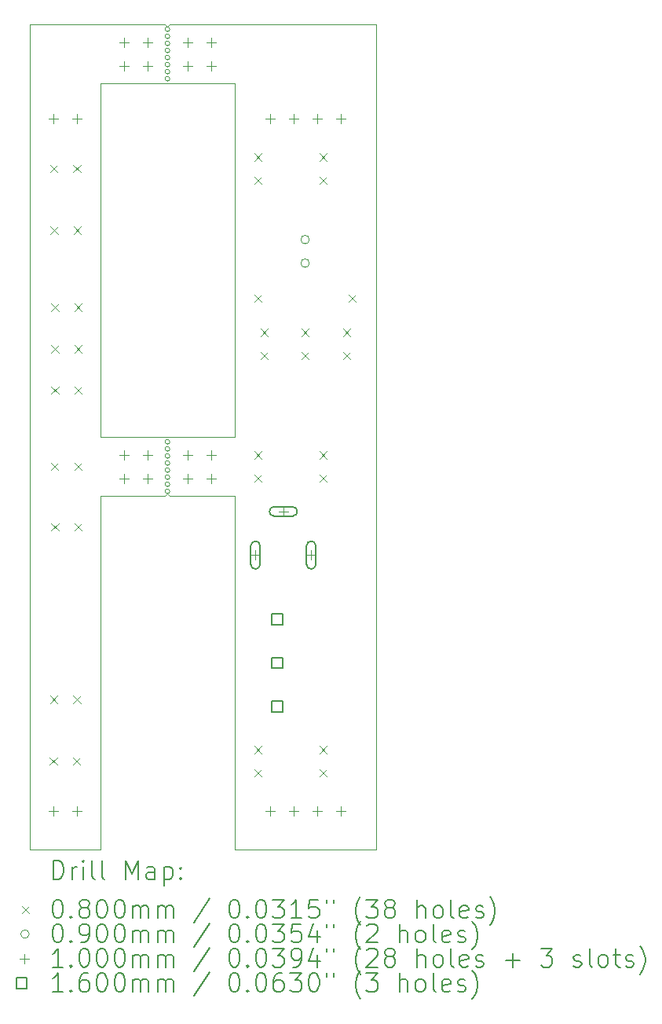
<source format=gbr>
%TF.GenerationSoftware,KiCad,Pcbnew,7.0.7*%
%TF.CreationDate,2023-09-11T08:48:19-04:00*%
%TF.ProjectId,Breadboard supply rail,42726561-6462-46f6-9172-642073757070,rev?*%
%TF.SameCoordinates,Original*%
%TF.FileFunction,Drillmap*%
%TF.FilePolarity,Positive*%
%FSLAX45Y45*%
G04 Gerber Fmt 4.5, Leading zero omitted, Abs format (unit mm)*
G04 Created by KiCad (PCBNEW 7.0.7) date 2023-09-11 08:48:19*
%MOMM*%
%LPD*%
G01*
G04 APERTURE LIST*
%ADD10C,0.100000*%
%ADD11C,0.200000*%
%ADD12C,0.080000*%
%ADD13C,0.090000*%
%ADD14C,0.160000*%
G04 APERTURE END LIST*
D10*
X13792200Y-14287500D02*
X13792200Y-10477500D01*
X13030200Y-14287500D02*
X13030200Y-5397500D01*
X15240000Y-14287500D02*
X15240000Y-10477500D01*
X13792200Y-9842500D02*
X13792200Y-6032500D01*
X14541500Y-10426700D02*
G75*
G03*
X14541500Y-10426700I-25400J0D01*
G01*
X14541500Y-10350500D02*
G75*
G03*
X14541500Y-10350500I-25400J0D01*
G01*
X14541500Y-10045700D02*
G75*
G03*
X14541500Y-10045700I-25400J0D01*
G01*
X14541500Y-5829300D02*
G75*
G03*
X14541500Y-5829300I-25400J0D01*
G01*
X14541500Y-5448300D02*
G75*
G03*
X14541500Y-5448300I-25400J0D01*
G01*
X15240000Y-9842500D02*
X15240000Y-6032500D01*
X15240000Y-14287500D02*
X16764000Y-14287500D01*
X14541500Y-10121900D02*
G75*
G03*
X14541500Y-10121900I-25400J0D01*
G01*
X14541500Y-5524500D02*
G75*
G03*
X14541500Y-5524500I-25400J0D01*
G01*
X14490700Y-5397500D02*
X14516100Y-5422900D01*
X14541500Y-9893300D02*
G75*
G03*
X14541500Y-9893300I-25400J0D01*
G01*
X14490700Y-10477500D02*
X14516100Y-10452100D01*
X15240000Y-10477500D02*
X14541500Y-10477500D01*
X14541500Y-5600700D02*
G75*
G03*
X14541500Y-5600700I-25400J0D01*
G01*
X15240000Y-6032500D02*
X13792200Y-6032500D01*
X13792200Y-9842500D02*
X15240000Y-9842500D01*
X14541500Y-5397500D02*
X16764000Y-5397500D01*
X14541500Y-10198100D02*
G75*
G03*
X14541500Y-10198100I-25400J0D01*
G01*
X14541500Y-9969500D02*
G75*
G03*
X14541500Y-9969500I-25400J0D01*
G01*
X13792200Y-14287500D02*
X13030200Y-14287500D01*
X14541500Y-10477500D02*
X14516100Y-10452100D01*
X14490700Y-10477500D02*
X13792200Y-10477500D01*
X14541500Y-5397500D02*
X14516100Y-5422900D01*
X14541500Y-5676900D02*
G75*
G03*
X14541500Y-5676900I-25400J0D01*
G01*
X16764000Y-14287500D02*
X16764000Y-5397500D01*
X14541500Y-5753100D02*
G75*
G03*
X14541500Y-5753100I-25400J0D01*
G01*
X14541500Y-5905500D02*
G75*
G03*
X14541500Y-5905500I-25400J0D01*
G01*
X14490700Y-5397500D02*
X13030200Y-5397500D01*
X14541500Y-5981700D02*
G75*
G03*
X14541500Y-5981700I-25400J0D01*
G01*
X14541500Y-10274300D02*
G75*
G03*
X14541500Y-10274300I-25400J0D01*
G01*
D11*
D12*
X13248200Y-13295000D02*
X13328200Y-13375000D01*
X13328200Y-13295000D02*
X13248200Y-13375000D01*
X13249280Y-6906900D02*
X13329280Y-6986900D01*
X13329280Y-6906900D02*
X13249280Y-6986900D01*
X13251280Y-12629520D02*
X13331280Y-12709520D01*
X13331280Y-12629520D02*
X13251280Y-12709520D01*
X13256360Y-7574920D02*
X13336360Y-7654920D01*
X13336360Y-7574920D02*
X13256360Y-7654920D01*
X13260900Y-10120000D02*
X13340900Y-10200000D01*
X13340900Y-10120000D02*
X13260900Y-10200000D01*
X13261440Y-8402960D02*
X13341440Y-8482960D01*
X13341440Y-8402960D02*
X13261440Y-8482960D01*
X13261440Y-8850600D02*
X13341440Y-8930600D01*
X13341440Y-8850600D02*
X13261440Y-8930600D01*
X13261440Y-9297040D02*
X13341440Y-9377040D01*
X13341440Y-9297040D02*
X13261440Y-9377040D01*
X13261440Y-10770240D02*
X13341440Y-10850240D01*
X13341440Y-10770240D02*
X13261440Y-10850240D01*
X13498200Y-13295000D02*
X13578200Y-13375000D01*
X13578200Y-13295000D02*
X13498200Y-13375000D01*
X13499280Y-6906900D02*
X13579280Y-6986900D01*
X13579280Y-6906900D02*
X13499280Y-6986900D01*
X13501280Y-12629520D02*
X13581280Y-12709520D01*
X13581280Y-12629520D02*
X13501280Y-12709520D01*
X13506360Y-7574920D02*
X13586360Y-7654920D01*
X13586360Y-7574920D02*
X13506360Y-7654920D01*
X13510900Y-10120000D02*
X13590900Y-10200000D01*
X13590900Y-10120000D02*
X13510900Y-10200000D01*
X13511440Y-8402960D02*
X13591440Y-8482960D01*
X13591440Y-8402960D02*
X13511440Y-8482960D01*
X13511440Y-8850600D02*
X13591440Y-8930600D01*
X13591440Y-8850600D02*
X13511440Y-8930600D01*
X13511440Y-9297040D02*
X13591440Y-9377040D01*
X13591440Y-9297040D02*
X13511440Y-9377040D01*
X13511440Y-10770240D02*
X13591440Y-10850240D01*
X13591440Y-10770240D02*
X13511440Y-10850240D01*
X15452000Y-8308000D02*
X15532000Y-8388000D01*
X15532000Y-8308000D02*
X15452000Y-8388000D01*
X15454000Y-6785000D02*
X15534000Y-6865000D01*
X15534000Y-6785000D02*
X15454000Y-6865000D01*
X15454000Y-7035000D02*
X15534000Y-7115000D01*
X15534000Y-7035000D02*
X15454000Y-7115000D01*
X15454000Y-9995000D02*
X15534000Y-10075000D01*
X15534000Y-9995000D02*
X15454000Y-10075000D01*
X15454000Y-10245000D02*
X15534000Y-10325000D01*
X15534000Y-10245000D02*
X15454000Y-10325000D01*
X15454000Y-13170000D02*
X15534000Y-13250000D01*
X15534000Y-13170000D02*
X15454000Y-13250000D01*
X15454000Y-13420000D02*
X15534000Y-13500000D01*
X15534000Y-13420000D02*
X15454000Y-13500000D01*
X15517500Y-8676200D02*
X15597500Y-8756200D01*
X15597500Y-8676200D02*
X15517500Y-8756200D01*
X15517500Y-8926200D02*
X15597500Y-9006200D01*
X15597500Y-8926200D02*
X15517500Y-9006200D01*
X15962000Y-8676200D02*
X16042000Y-8756200D01*
X16042000Y-8676200D02*
X15962000Y-8756200D01*
X15962000Y-8926200D02*
X16042000Y-9006200D01*
X16042000Y-8926200D02*
X15962000Y-9006200D01*
X16152500Y-6785000D02*
X16232500Y-6865000D01*
X16232500Y-6785000D02*
X16152500Y-6865000D01*
X16152500Y-7035000D02*
X16232500Y-7115000D01*
X16232500Y-7035000D02*
X16152500Y-7115000D01*
X16152500Y-9997000D02*
X16232500Y-10077000D01*
X16232500Y-9997000D02*
X16152500Y-10077000D01*
X16152500Y-10247000D02*
X16232500Y-10327000D01*
X16232500Y-10247000D02*
X16152500Y-10327000D01*
X16152500Y-13172000D02*
X16232500Y-13252000D01*
X16232500Y-13172000D02*
X16152500Y-13252000D01*
X16152500Y-13422000D02*
X16232500Y-13502000D01*
X16232500Y-13422000D02*
X16152500Y-13502000D01*
X16406500Y-8676200D02*
X16486500Y-8756200D01*
X16486500Y-8676200D02*
X16406500Y-8756200D01*
X16406500Y-8926200D02*
X16486500Y-9006200D01*
X16486500Y-8926200D02*
X16406500Y-9006200D01*
X16468000Y-8308000D02*
X16548000Y-8388000D01*
X16548000Y-8308000D02*
X16468000Y-8388000D01*
D13*
X16045000Y-7713500D02*
G75*
G03*
X16045000Y-7713500I-45000J0D01*
G01*
X16045000Y-7967500D02*
G75*
G03*
X16045000Y-7967500I-45000J0D01*
G01*
D10*
X13284200Y-6363500D02*
X13284200Y-6463500D01*
X13234200Y-6413500D02*
X13334200Y-6413500D01*
X13284700Y-13817780D02*
X13284700Y-13917780D01*
X13234700Y-13867780D02*
X13334700Y-13867780D01*
X13538200Y-6363500D02*
X13538200Y-6463500D01*
X13488200Y-6413500D02*
X13588200Y-6413500D01*
X13538700Y-13817780D02*
X13538700Y-13917780D01*
X13488700Y-13867780D02*
X13588700Y-13867780D01*
X14046200Y-5538000D02*
X14046200Y-5638000D01*
X13996200Y-5588000D02*
X14096200Y-5588000D01*
X14046200Y-5792000D02*
X14046200Y-5892000D01*
X13996200Y-5842000D02*
X14096200Y-5842000D01*
X14046200Y-9983000D02*
X14046200Y-10083000D01*
X13996200Y-10033000D02*
X14096200Y-10033000D01*
X14046200Y-10237000D02*
X14046200Y-10337000D01*
X13996200Y-10287000D02*
X14096200Y-10287000D01*
X14300200Y-5538000D02*
X14300200Y-5638000D01*
X14250200Y-5588000D02*
X14350200Y-5588000D01*
X14300200Y-5792000D02*
X14300200Y-5892000D01*
X14250200Y-5842000D02*
X14350200Y-5842000D01*
X14300200Y-9983000D02*
X14300200Y-10083000D01*
X14250200Y-10033000D02*
X14350200Y-10033000D01*
X14300200Y-10237000D02*
X14300200Y-10337000D01*
X14250200Y-10287000D02*
X14350200Y-10287000D01*
X14732000Y-5537500D02*
X14732000Y-5637500D01*
X14682000Y-5587500D02*
X14782000Y-5587500D01*
X14732000Y-5791500D02*
X14732000Y-5891500D01*
X14682000Y-5841500D02*
X14782000Y-5841500D01*
X14732000Y-9983000D02*
X14732000Y-10083000D01*
X14682000Y-10033000D02*
X14782000Y-10033000D01*
X14732000Y-10237000D02*
X14732000Y-10337000D01*
X14682000Y-10287000D02*
X14782000Y-10287000D01*
X14986000Y-5537500D02*
X14986000Y-5637500D01*
X14936000Y-5587500D02*
X15036000Y-5587500D01*
X14986000Y-5791500D02*
X14986000Y-5891500D01*
X14936000Y-5841500D02*
X15036000Y-5841500D01*
X14986000Y-9983000D02*
X14986000Y-10083000D01*
X14936000Y-10033000D02*
X15036000Y-10033000D01*
X14986000Y-10237000D02*
X14986000Y-10337000D01*
X14936000Y-10287000D02*
X15036000Y-10287000D01*
X15465500Y-11062500D02*
X15465500Y-11162500D01*
X15415500Y-11112500D02*
X15515500Y-11112500D01*
D11*
X15515500Y-11212500D02*
X15515500Y-11012500D01*
X15515500Y-11012500D02*
G75*
G03*
X15415500Y-11012500I-50000J0D01*
G01*
X15415500Y-11012500D02*
X15415500Y-11212500D01*
X15415500Y-11212500D02*
G75*
G03*
X15515500Y-11212500I50000J0D01*
G01*
D10*
X15621000Y-6363500D02*
X15621000Y-6463500D01*
X15571000Y-6413500D02*
X15671000Y-6413500D01*
X15621000Y-13818400D02*
X15621000Y-13918400D01*
X15571000Y-13868400D02*
X15671000Y-13868400D01*
X15765500Y-10592500D02*
X15765500Y-10692500D01*
X15715500Y-10642500D02*
X15815500Y-10642500D01*
D11*
X15865500Y-10592500D02*
X15665500Y-10592500D01*
X15665500Y-10592500D02*
G75*
G03*
X15665500Y-10692500I0J-50000D01*
G01*
X15665500Y-10692500D02*
X15865500Y-10692500D01*
X15865500Y-10692500D02*
G75*
G03*
X15865500Y-10592500I0J50000D01*
G01*
D10*
X15875000Y-6363500D02*
X15875000Y-6463500D01*
X15825000Y-6413500D02*
X15925000Y-6413500D01*
X15875000Y-13818400D02*
X15875000Y-13918400D01*
X15825000Y-13868400D02*
X15925000Y-13868400D01*
X16065500Y-11062500D02*
X16065500Y-11162500D01*
X16015500Y-11112500D02*
X16115500Y-11112500D01*
D11*
X16115500Y-11212500D02*
X16115500Y-11012500D01*
X16115500Y-11012500D02*
G75*
G03*
X16015500Y-11012500I-50000J0D01*
G01*
X16015500Y-11012500D02*
X16015500Y-11212500D01*
X16015500Y-11212500D02*
G75*
G03*
X16115500Y-11212500I50000J0D01*
G01*
D10*
X16129000Y-6363500D02*
X16129000Y-6463500D01*
X16079000Y-6413500D02*
X16179000Y-6413500D01*
X16129000Y-13818400D02*
X16129000Y-13918400D01*
X16079000Y-13868400D02*
X16179000Y-13868400D01*
X16383000Y-6363500D02*
X16383000Y-6463500D01*
X16333000Y-6413500D02*
X16433000Y-6413500D01*
X16383000Y-13818400D02*
X16383000Y-13918400D01*
X16333000Y-13868400D02*
X16433000Y-13868400D01*
D14*
X15756109Y-11862389D02*
X15756109Y-11749251D01*
X15642971Y-11749251D01*
X15642971Y-11862389D01*
X15756109Y-11862389D01*
X15756109Y-12332389D02*
X15756109Y-12219251D01*
X15642971Y-12219251D01*
X15642971Y-12332389D01*
X15756109Y-12332389D01*
X15756109Y-12802389D02*
X15756109Y-12689251D01*
X15642971Y-12689251D01*
X15642971Y-12802389D01*
X15756109Y-12802389D01*
D11*
X13285977Y-14603984D02*
X13285977Y-14403984D01*
X13285977Y-14403984D02*
X13333596Y-14403984D01*
X13333596Y-14403984D02*
X13362167Y-14413508D01*
X13362167Y-14413508D02*
X13381215Y-14432555D01*
X13381215Y-14432555D02*
X13390739Y-14451603D01*
X13390739Y-14451603D02*
X13400262Y-14489698D01*
X13400262Y-14489698D02*
X13400262Y-14518269D01*
X13400262Y-14518269D02*
X13390739Y-14556365D01*
X13390739Y-14556365D02*
X13381215Y-14575412D01*
X13381215Y-14575412D02*
X13362167Y-14594460D01*
X13362167Y-14594460D02*
X13333596Y-14603984D01*
X13333596Y-14603984D02*
X13285977Y-14603984D01*
X13485977Y-14603984D02*
X13485977Y-14470650D01*
X13485977Y-14508746D02*
X13495501Y-14489698D01*
X13495501Y-14489698D02*
X13505024Y-14480174D01*
X13505024Y-14480174D02*
X13524072Y-14470650D01*
X13524072Y-14470650D02*
X13543120Y-14470650D01*
X13609786Y-14603984D02*
X13609786Y-14470650D01*
X13609786Y-14403984D02*
X13600262Y-14413508D01*
X13600262Y-14413508D02*
X13609786Y-14423031D01*
X13609786Y-14423031D02*
X13619310Y-14413508D01*
X13619310Y-14413508D02*
X13609786Y-14403984D01*
X13609786Y-14403984D02*
X13609786Y-14423031D01*
X13733596Y-14603984D02*
X13714548Y-14594460D01*
X13714548Y-14594460D02*
X13705024Y-14575412D01*
X13705024Y-14575412D02*
X13705024Y-14403984D01*
X13838358Y-14603984D02*
X13819310Y-14594460D01*
X13819310Y-14594460D02*
X13809786Y-14575412D01*
X13809786Y-14575412D02*
X13809786Y-14403984D01*
X14066929Y-14603984D02*
X14066929Y-14403984D01*
X14066929Y-14403984D02*
X14133596Y-14546841D01*
X14133596Y-14546841D02*
X14200262Y-14403984D01*
X14200262Y-14403984D02*
X14200262Y-14603984D01*
X14381215Y-14603984D02*
X14381215Y-14499222D01*
X14381215Y-14499222D02*
X14371691Y-14480174D01*
X14371691Y-14480174D02*
X14352643Y-14470650D01*
X14352643Y-14470650D02*
X14314548Y-14470650D01*
X14314548Y-14470650D02*
X14295501Y-14480174D01*
X14381215Y-14594460D02*
X14362167Y-14603984D01*
X14362167Y-14603984D02*
X14314548Y-14603984D01*
X14314548Y-14603984D02*
X14295501Y-14594460D01*
X14295501Y-14594460D02*
X14285977Y-14575412D01*
X14285977Y-14575412D02*
X14285977Y-14556365D01*
X14285977Y-14556365D02*
X14295501Y-14537317D01*
X14295501Y-14537317D02*
X14314548Y-14527793D01*
X14314548Y-14527793D02*
X14362167Y-14527793D01*
X14362167Y-14527793D02*
X14381215Y-14518269D01*
X14476453Y-14470650D02*
X14476453Y-14670650D01*
X14476453Y-14480174D02*
X14495501Y-14470650D01*
X14495501Y-14470650D02*
X14533596Y-14470650D01*
X14533596Y-14470650D02*
X14552643Y-14480174D01*
X14552643Y-14480174D02*
X14562167Y-14489698D01*
X14562167Y-14489698D02*
X14571691Y-14508746D01*
X14571691Y-14508746D02*
X14571691Y-14565888D01*
X14571691Y-14565888D02*
X14562167Y-14584936D01*
X14562167Y-14584936D02*
X14552643Y-14594460D01*
X14552643Y-14594460D02*
X14533596Y-14603984D01*
X14533596Y-14603984D02*
X14495501Y-14603984D01*
X14495501Y-14603984D02*
X14476453Y-14594460D01*
X14657405Y-14584936D02*
X14666929Y-14594460D01*
X14666929Y-14594460D02*
X14657405Y-14603984D01*
X14657405Y-14603984D02*
X14647882Y-14594460D01*
X14647882Y-14594460D02*
X14657405Y-14584936D01*
X14657405Y-14584936D02*
X14657405Y-14603984D01*
X14657405Y-14480174D02*
X14666929Y-14489698D01*
X14666929Y-14489698D02*
X14657405Y-14499222D01*
X14657405Y-14499222D02*
X14647882Y-14489698D01*
X14647882Y-14489698D02*
X14657405Y-14480174D01*
X14657405Y-14480174D02*
X14657405Y-14499222D01*
D12*
X12945200Y-14892500D02*
X13025200Y-14972500D01*
X13025200Y-14892500D02*
X12945200Y-14972500D01*
D11*
X13324072Y-14823984D02*
X13343120Y-14823984D01*
X13343120Y-14823984D02*
X13362167Y-14833508D01*
X13362167Y-14833508D02*
X13371691Y-14843031D01*
X13371691Y-14843031D02*
X13381215Y-14862079D01*
X13381215Y-14862079D02*
X13390739Y-14900174D01*
X13390739Y-14900174D02*
X13390739Y-14947793D01*
X13390739Y-14947793D02*
X13381215Y-14985888D01*
X13381215Y-14985888D02*
X13371691Y-15004936D01*
X13371691Y-15004936D02*
X13362167Y-15014460D01*
X13362167Y-15014460D02*
X13343120Y-15023984D01*
X13343120Y-15023984D02*
X13324072Y-15023984D01*
X13324072Y-15023984D02*
X13305024Y-15014460D01*
X13305024Y-15014460D02*
X13295501Y-15004936D01*
X13295501Y-15004936D02*
X13285977Y-14985888D01*
X13285977Y-14985888D02*
X13276453Y-14947793D01*
X13276453Y-14947793D02*
X13276453Y-14900174D01*
X13276453Y-14900174D02*
X13285977Y-14862079D01*
X13285977Y-14862079D02*
X13295501Y-14843031D01*
X13295501Y-14843031D02*
X13305024Y-14833508D01*
X13305024Y-14833508D02*
X13324072Y-14823984D01*
X13476453Y-15004936D02*
X13485977Y-15014460D01*
X13485977Y-15014460D02*
X13476453Y-15023984D01*
X13476453Y-15023984D02*
X13466929Y-15014460D01*
X13466929Y-15014460D02*
X13476453Y-15004936D01*
X13476453Y-15004936D02*
X13476453Y-15023984D01*
X13600262Y-14909698D02*
X13581215Y-14900174D01*
X13581215Y-14900174D02*
X13571691Y-14890650D01*
X13571691Y-14890650D02*
X13562167Y-14871603D01*
X13562167Y-14871603D02*
X13562167Y-14862079D01*
X13562167Y-14862079D02*
X13571691Y-14843031D01*
X13571691Y-14843031D02*
X13581215Y-14833508D01*
X13581215Y-14833508D02*
X13600262Y-14823984D01*
X13600262Y-14823984D02*
X13638358Y-14823984D01*
X13638358Y-14823984D02*
X13657405Y-14833508D01*
X13657405Y-14833508D02*
X13666929Y-14843031D01*
X13666929Y-14843031D02*
X13676453Y-14862079D01*
X13676453Y-14862079D02*
X13676453Y-14871603D01*
X13676453Y-14871603D02*
X13666929Y-14890650D01*
X13666929Y-14890650D02*
X13657405Y-14900174D01*
X13657405Y-14900174D02*
X13638358Y-14909698D01*
X13638358Y-14909698D02*
X13600262Y-14909698D01*
X13600262Y-14909698D02*
X13581215Y-14919222D01*
X13581215Y-14919222D02*
X13571691Y-14928746D01*
X13571691Y-14928746D02*
X13562167Y-14947793D01*
X13562167Y-14947793D02*
X13562167Y-14985888D01*
X13562167Y-14985888D02*
X13571691Y-15004936D01*
X13571691Y-15004936D02*
X13581215Y-15014460D01*
X13581215Y-15014460D02*
X13600262Y-15023984D01*
X13600262Y-15023984D02*
X13638358Y-15023984D01*
X13638358Y-15023984D02*
X13657405Y-15014460D01*
X13657405Y-15014460D02*
X13666929Y-15004936D01*
X13666929Y-15004936D02*
X13676453Y-14985888D01*
X13676453Y-14985888D02*
X13676453Y-14947793D01*
X13676453Y-14947793D02*
X13666929Y-14928746D01*
X13666929Y-14928746D02*
X13657405Y-14919222D01*
X13657405Y-14919222D02*
X13638358Y-14909698D01*
X13800262Y-14823984D02*
X13819310Y-14823984D01*
X13819310Y-14823984D02*
X13838358Y-14833508D01*
X13838358Y-14833508D02*
X13847882Y-14843031D01*
X13847882Y-14843031D02*
X13857405Y-14862079D01*
X13857405Y-14862079D02*
X13866929Y-14900174D01*
X13866929Y-14900174D02*
X13866929Y-14947793D01*
X13866929Y-14947793D02*
X13857405Y-14985888D01*
X13857405Y-14985888D02*
X13847882Y-15004936D01*
X13847882Y-15004936D02*
X13838358Y-15014460D01*
X13838358Y-15014460D02*
X13819310Y-15023984D01*
X13819310Y-15023984D02*
X13800262Y-15023984D01*
X13800262Y-15023984D02*
X13781215Y-15014460D01*
X13781215Y-15014460D02*
X13771691Y-15004936D01*
X13771691Y-15004936D02*
X13762167Y-14985888D01*
X13762167Y-14985888D02*
X13752643Y-14947793D01*
X13752643Y-14947793D02*
X13752643Y-14900174D01*
X13752643Y-14900174D02*
X13762167Y-14862079D01*
X13762167Y-14862079D02*
X13771691Y-14843031D01*
X13771691Y-14843031D02*
X13781215Y-14833508D01*
X13781215Y-14833508D02*
X13800262Y-14823984D01*
X13990739Y-14823984D02*
X14009786Y-14823984D01*
X14009786Y-14823984D02*
X14028834Y-14833508D01*
X14028834Y-14833508D02*
X14038358Y-14843031D01*
X14038358Y-14843031D02*
X14047882Y-14862079D01*
X14047882Y-14862079D02*
X14057405Y-14900174D01*
X14057405Y-14900174D02*
X14057405Y-14947793D01*
X14057405Y-14947793D02*
X14047882Y-14985888D01*
X14047882Y-14985888D02*
X14038358Y-15004936D01*
X14038358Y-15004936D02*
X14028834Y-15014460D01*
X14028834Y-15014460D02*
X14009786Y-15023984D01*
X14009786Y-15023984D02*
X13990739Y-15023984D01*
X13990739Y-15023984D02*
X13971691Y-15014460D01*
X13971691Y-15014460D02*
X13962167Y-15004936D01*
X13962167Y-15004936D02*
X13952643Y-14985888D01*
X13952643Y-14985888D02*
X13943120Y-14947793D01*
X13943120Y-14947793D02*
X13943120Y-14900174D01*
X13943120Y-14900174D02*
X13952643Y-14862079D01*
X13952643Y-14862079D02*
X13962167Y-14843031D01*
X13962167Y-14843031D02*
X13971691Y-14833508D01*
X13971691Y-14833508D02*
X13990739Y-14823984D01*
X14143120Y-15023984D02*
X14143120Y-14890650D01*
X14143120Y-14909698D02*
X14152643Y-14900174D01*
X14152643Y-14900174D02*
X14171691Y-14890650D01*
X14171691Y-14890650D02*
X14200263Y-14890650D01*
X14200263Y-14890650D02*
X14219310Y-14900174D01*
X14219310Y-14900174D02*
X14228834Y-14919222D01*
X14228834Y-14919222D02*
X14228834Y-15023984D01*
X14228834Y-14919222D02*
X14238358Y-14900174D01*
X14238358Y-14900174D02*
X14257405Y-14890650D01*
X14257405Y-14890650D02*
X14285977Y-14890650D01*
X14285977Y-14890650D02*
X14305024Y-14900174D01*
X14305024Y-14900174D02*
X14314548Y-14919222D01*
X14314548Y-14919222D02*
X14314548Y-15023984D01*
X14409786Y-15023984D02*
X14409786Y-14890650D01*
X14409786Y-14909698D02*
X14419310Y-14900174D01*
X14419310Y-14900174D02*
X14438358Y-14890650D01*
X14438358Y-14890650D02*
X14466929Y-14890650D01*
X14466929Y-14890650D02*
X14485977Y-14900174D01*
X14485977Y-14900174D02*
X14495501Y-14919222D01*
X14495501Y-14919222D02*
X14495501Y-15023984D01*
X14495501Y-14919222D02*
X14505024Y-14900174D01*
X14505024Y-14900174D02*
X14524072Y-14890650D01*
X14524072Y-14890650D02*
X14552643Y-14890650D01*
X14552643Y-14890650D02*
X14571691Y-14900174D01*
X14571691Y-14900174D02*
X14581215Y-14919222D01*
X14581215Y-14919222D02*
X14581215Y-15023984D01*
X14971691Y-14814460D02*
X14800263Y-15071603D01*
X15228834Y-14823984D02*
X15247882Y-14823984D01*
X15247882Y-14823984D02*
X15266929Y-14833508D01*
X15266929Y-14833508D02*
X15276453Y-14843031D01*
X15276453Y-14843031D02*
X15285977Y-14862079D01*
X15285977Y-14862079D02*
X15295501Y-14900174D01*
X15295501Y-14900174D02*
X15295501Y-14947793D01*
X15295501Y-14947793D02*
X15285977Y-14985888D01*
X15285977Y-14985888D02*
X15276453Y-15004936D01*
X15276453Y-15004936D02*
X15266929Y-15014460D01*
X15266929Y-15014460D02*
X15247882Y-15023984D01*
X15247882Y-15023984D02*
X15228834Y-15023984D01*
X15228834Y-15023984D02*
X15209786Y-15014460D01*
X15209786Y-15014460D02*
X15200263Y-15004936D01*
X15200263Y-15004936D02*
X15190739Y-14985888D01*
X15190739Y-14985888D02*
X15181215Y-14947793D01*
X15181215Y-14947793D02*
X15181215Y-14900174D01*
X15181215Y-14900174D02*
X15190739Y-14862079D01*
X15190739Y-14862079D02*
X15200263Y-14843031D01*
X15200263Y-14843031D02*
X15209786Y-14833508D01*
X15209786Y-14833508D02*
X15228834Y-14823984D01*
X15381215Y-15004936D02*
X15390739Y-15014460D01*
X15390739Y-15014460D02*
X15381215Y-15023984D01*
X15381215Y-15023984D02*
X15371691Y-15014460D01*
X15371691Y-15014460D02*
X15381215Y-15004936D01*
X15381215Y-15004936D02*
X15381215Y-15023984D01*
X15514548Y-14823984D02*
X15533596Y-14823984D01*
X15533596Y-14823984D02*
X15552644Y-14833508D01*
X15552644Y-14833508D02*
X15562167Y-14843031D01*
X15562167Y-14843031D02*
X15571691Y-14862079D01*
X15571691Y-14862079D02*
X15581215Y-14900174D01*
X15581215Y-14900174D02*
X15581215Y-14947793D01*
X15581215Y-14947793D02*
X15571691Y-14985888D01*
X15571691Y-14985888D02*
X15562167Y-15004936D01*
X15562167Y-15004936D02*
X15552644Y-15014460D01*
X15552644Y-15014460D02*
X15533596Y-15023984D01*
X15533596Y-15023984D02*
X15514548Y-15023984D01*
X15514548Y-15023984D02*
X15495501Y-15014460D01*
X15495501Y-15014460D02*
X15485977Y-15004936D01*
X15485977Y-15004936D02*
X15476453Y-14985888D01*
X15476453Y-14985888D02*
X15466929Y-14947793D01*
X15466929Y-14947793D02*
X15466929Y-14900174D01*
X15466929Y-14900174D02*
X15476453Y-14862079D01*
X15476453Y-14862079D02*
X15485977Y-14843031D01*
X15485977Y-14843031D02*
X15495501Y-14833508D01*
X15495501Y-14833508D02*
X15514548Y-14823984D01*
X15647882Y-14823984D02*
X15771691Y-14823984D01*
X15771691Y-14823984D02*
X15705025Y-14900174D01*
X15705025Y-14900174D02*
X15733596Y-14900174D01*
X15733596Y-14900174D02*
X15752644Y-14909698D01*
X15752644Y-14909698D02*
X15762167Y-14919222D01*
X15762167Y-14919222D02*
X15771691Y-14938269D01*
X15771691Y-14938269D02*
X15771691Y-14985888D01*
X15771691Y-14985888D02*
X15762167Y-15004936D01*
X15762167Y-15004936D02*
X15752644Y-15014460D01*
X15752644Y-15014460D02*
X15733596Y-15023984D01*
X15733596Y-15023984D02*
X15676453Y-15023984D01*
X15676453Y-15023984D02*
X15657406Y-15014460D01*
X15657406Y-15014460D02*
X15647882Y-15004936D01*
X15962167Y-15023984D02*
X15847882Y-15023984D01*
X15905025Y-15023984D02*
X15905025Y-14823984D01*
X15905025Y-14823984D02*
X15885977Y-14852555D01*
X15885977Y-14852555D02*
X15866929Y-14871603D01*
X15866929Y-14871603D02*
X15847882Y-14881127D01*
X16143120Y-14823984D02*
X16047882Y-14823984D01*
X16047882Y-14823984D02*
X16038358Y-14919222D01*
X16038358Y-14919222D02*
X16047882Y-14909698D01*
X16047882Y-14909698D02*
X16066929Y-14900174D01*
X16066929Y-14900174D02*
X16114548Y-14900174D01*
X16114548Y-14900174D02*
X16133596Y-14909698D01*
X16133596Y-14909698D02*
X16143120Y-14919222D01*
X16143120Y-14919222D02*
X16152644Y-14938269D01*
X16152644Y-14938269D02*
X16152644Y-14985888D01*
X16152644Y-14985888D02*
X16143120Y-15004936D01*
X16143120Y-15004936D02*
X16133596Y-15014460D01*
X16133596Y-15014460D02*
X16114548Y-15023984D01*
X16114548Y-15023984D02*
X16066929Y-15023984D01*
X16066929Y-15023984D02*
X16047882Y-15014460D01*
X16047882Y-15014460D02*
X16038358Y-15004936D01*
X16228834Y-14823984D02*
X16228834Y-14862079D01*
X16305025Y-14823984D02*
X16305025Y-14862079D01*
X16600263Y-15100174D02*
X16590739Y-15090650D01*
X16590739Y-15090650D02*
X16571691Y-15062079D01*
X16571691Y-15062079D02*
X16562168Y-15043031D01*
X16562168Y-15043031D02*
X16552644Y-15014460D01*
X16552644Y-15014460D02*
X16543120Y-14966841D01*
X16543120Y-14966841D02*
X16543120Y-14928746D01*
X16543120Y-14928746D02*
X16552644Y-14881127D01*
X16552644Y-14881127D02*
X16562168Y-14852555D01*
X16562168Y-14852555D02*
X16571691Y-14833508D01*
X16571691Y-14833508D02*
X16590739Y-14804936D01*
X16590739Y-14804936D02*
X16600263Y-14795412D01*
X16657406Y-14823984D02*
X16781215Y-14823984D01*
X16781215Y-14823984D02*
X16714548Y-14900174D01*
X16714548Y-14900174D02*
X16743120Y-14900174D01*
X16743120Y-14900174D02*
X16762168Y-14909698D01*
X16762168Y-14909698D02*
X16771691Y-14919222D01*
X16771691Y-14919222D02*
X16781215Y-14938269D01*
X16781215Y-14938269D02*
X16781215Y-14985888D01*
X16781215Y-14985888D02*
X16771691Y-15004936D01*
X16771691Y-15004936D02*
X16762168Y-15014460D01*
X16762168Y-15014460D02*
X16743120Y-15023984D01*
X16743120Y-15023984D02*
X16685977Y-15023984D01*
X16685977Y-15023984D02*
X16666929Y-15014460D01*
X16666929Y-15014460D02*
X16657406Y-15004936D01*
X16895501Y-14909698D02*
X16876453Y-14900174D01*
X16876453Y-14900174D02*
X16866930Y-14890650D01*
X16866930Y-14890650D02*
X16857406Y-14871603D01*
X16857406Y-14871603D02*
X16857406Y-14862079D01*
X16857406Y-14862079D02*
X16866930Y-14843031D01*
X16866930Y-14843031D02*
X16876453Y-14833508D01*
X16876453Y-14833508D02*
X16895501Y-14823984D01*
X16895501Y-14823984D02*
X16933596Y-14823984D01*
X16933596Y-14823984D02*
X16952644Y-14833508D01*
X16952644Y-14833508D02*
X16962168Y-14843031D01*
X16962168Y-14843031D02*
X16971691Y-14862079D01*
X16971691Y-14862079D02*
X16971691Y-14871603D01*
X16971691Y-14871603D02*
X16962168Y-14890650D01*
X16962168Y-14890650D02*
X16952644Y-14900174D01*
X16952644Y-14900174D02*
X16933596Y-14909698D01*
X16933596Y-14909698D02*
X16895501Y-14909698D01*
X16895501Y-14909698D02*
X16876453Y-14919222D01*
X16876453Y-14919222D02*
X16866930Y-14928746D01*
X16866930Y-14928746D02*
X16857406Y-14947793D01*
X16857406Y-14947793D02*
X16857406Y-14985888D01*
X16857406Y-14985888D02*
X16866930Y-15004936D01*
X16866930Y-15004936D02*
X16876453Y-15014460D01*
X16876453Y-15014460D02*
X16895501Y-15023984D01*
X16895501Y-15023984D02*
X16933596Y-15023984D01*
X16933596Y-15023984D02*
X16952644Y-15014460D01*
X16952644Y-15014460D02*
X16962168Y-15004936D01*
X16962168Y-15004936D02*
X16971691Y-14985888D01*
X16971691Y-14985888D02*
X16971691Y-14947793D01*
X16971691Y-14947793D02*
X16962168Y-14928746D01*
X16962168Y-14928746D02*
X16952644Y-14919222D01*
X16952644Y-14919222D02*
X16933596Y-14909698D01*
X17209787Y-15023984D02*
X17209787Y-14823984D01*
X17295501Y-15023984D02*
X17295501Y-14919222D01*
X17295501Y-14919222D02*
X17285977Y-14900174D01*
X17285977Y-14900174D02*
X17266930Y-14890650D01*
X17266930Y-14890650D02*
X17238358Y-14890650D01*
X17238358Y-14890650D02*
X17219311Y-14900174D01*
X17219311Y-14900174D02*
X17209787Y-14909698D01*
X17419311Y-15023984D02*
X17400263Y-15014460D01*
X17400263Y-15014460D02*
X17390739Y-15004936D01*
X17390739Y-15004936D02*
X17381215Y-14985888D01*
X17381215Y-14985888D02*
X17381215Y-14928746D01*
X17381215Y-14928746D02*
X17390739Y-14909698D01*
X17390739Y-14909698D02*
X17400263Y-14900174D01*
X17400263Y-14900174D02*
X17419311Y-14890650D01*
X17419311Y-14890650D02*
X17447882Y-14890650D01*
X17447882Y-14890650D02*
X17466930Y-14900174D01*
X17466930Y-14900174D02*
X17476453Y-14909698D01*
X17476453Y-14909698D02*
X17485977Y-14928746D01*
X17485977Y-14928746D02*
X17485977Y-14985888D01*
X17485977Y-14985888D02*
X17476453Y-15004936D01*
X17476453Y-15004936D02*
X17466930Y-15014460D01*
X17466930Y-15014460D02*
X17447882Y-15023984D01*
X17447882Y-15023984D02*
X17419311Y-15023984D01*
X17600263Y-15023984D02*
X17581215Y-15014460D01*
X17581215Y-15014460D02*
X17571692Y-14995412D01*
X17571692Y-14995412D02*
X17571692Y-14823984D01*
X17752644Y-15014460D02*
X17733596Y-15023984D01*
X17733596Y-15023984D02*
X17695501Y-15023984D01*
X17695501Y-15023984D02*
X17676453Y-15014460D01*
X17676453Y-15014460D02*
X17666930Y-14995412D01*
X17666930Y-14995412D02*
X17666930Y-14919222D01*
X17666930Y-14919222D02*
X17676453Y-14900174D01*
X17676453Y-14900174D02*
X17695501Y-14890650D01*
X17695501Y-14890650D02*
X17733596Y-14890650D01*
X17733596Y-14890650D02*
X17752644Y-14900174D01*
X17752644Y-14900174D02*
X17762168Y-14919222D01*
X17762168Y-14919222D02*
X17762168Y-14938269D01*
X17762168Y-14938269D02*
X17666930Y-14957317D01*
X17838358Y-15014460D02*
X17857406Y-15023984D01*
X17857406Y-15023984D02*
X17895501Y-15023984D01*
X17895501Y-15023984D02*
X17914549Y-15014460D01*
X17914549Y-15014460D02*
X17924073Y-14995412D01*
X17924073Y-14995412D02*
X17924073Y-14985888D01*
X17924073Y-14985888D02*
X17914549Y-14966841D01*
X17914549Y-14966841D02*
X17895501Y-14957317D01*
X17895501Y-14957317D02*
X17866930Y-14957317D01*
X17866930Y-14957317D02*
X17847882Y-14947793D01*
X17847882Y-14947793D02*
X17838358Y-14928746D01*
X17838358Y-14928746D02*
X17838358Y-14919222D01*
X17838358Y-14919222D02*
X17847882Y-14900174D01*
X17847882Y-14900174D02*
X17866930Y-14890650D01*
X17866930Y-14890650D02*
X17895501Y-14890650D01*
X17895501Y-14890650D02*
X17914549Y-14900174D01*
X17990739Y-15100174D02*
X18000263Y-15090650D01*
X18000263Y-15090650D02*
X18019311Y-15062079D01*
X18019311Y-15062079D02*
X18028834Y-15043031D01*
X18028834Y-15043031D02*
X18038358Y-15014460D01*
X18038358Y-15014460D02*
X18047882Y-14966841D01*
X18047882Y-14966841D02*
X18047882Y-14928746D01*
X18047882Y-14928746D02*
X18038358Y-14881127D01*
X18038358Y-14881127D02*
X18028834Y-14852555D01*
X18028834Y-14852555D02*
X18019311Y-14833508D01*
X18019311Y-14833508D02*
X18000263Y-14804936D01*
X18000263Y-14804936D02*
X17990739Y-14795412D01*
D13*
X13025200Y-15196500D02*
G75*
G03*
X13025200Y-15196500I-45000J0D01*
G01*
D11*
X13324072Y-15087984D02*
X13343120Y-15087984D01*
X13343120Y-15087984D02*
X13362167Y-15097508D01*
X13362167Y-15097508D02*
X13371691Y-15107031D01*
X13371691Y-15107031D02*
X13381215Y-15126079D01*
X13381215Y-15126079D02*
X13390739Y-15164174D01*
X13390739Y-15164174D02*
X13390739Y-15211793D01*
X13390739Y-15211793D02*
X13381215Y-15249888D01*
X13381215Y-15249888D02*
X13371691Y-15268936D01*
X13371691Y-15268936D02*
X13362167Y-15278460D01*
X13362167Y-15278460D02*
X13343120Y-15287984D01*
X13343120Y-15287984D02*
X13324072Y-15287984D01*
X13324072Y-15287984D02*
X13305024Y-15278460D01*
X13305024Y-15278460D02*
X13295501Y-15268936D01*
X13295501Y-15268936D02*
X13285977Y-15249888D01*
X13285977Y-15249888D02*
X13276453Y-15211793D01*
X13276453Y-15211793D02*
X13276453Y-15164174D01*
X13276453Y-15164174D02*
X13285977Y-15126079D01*
X13285977Y-15126079D02*
X13295501Y-15107031D01*
X13295501Y-15107031D02*
X13305024Y-15097508D01*
X13305024Y-15097508D02*
X13324072Y-15087984D01*
X13476453Y-15268936D02*
X13485977Y-15278460D01*
X13485977Y-15278460D02*
X13476453Y-15287984D01*
X13476453Y-15287984D02*
X13466929Y-15278460D01*
X13466929Y-15278460D02*
X13476453Y-15268936D01*
X13476453Y-15268936D02*
X13476453Y-15287984D01*
X13581215Y-15287984D02*
X13619310Y-15287984D01*
X13619310Y-15287984D02*
X13638358Y-15278460D01*
X13638358Y-15278460D02*
X13647882Y-15268936D01*
X13647882Y-15268936D02*
X13666929Y-15240365D01*
X13666929Y-15240365D02*
X13676453Y-15202269D01*
X13676453Y-15202269D02*
X13676453Y-15126079D01*
X13676453Y-15126079D02*
X13666929Y-15107031D01*
X13666929Y-15107031D02*
X13657405Y-15097508D01*
X13657405Y-15097508D02*
X13638358Y-15087984D01*
X13638358Y-15087984D02*
X13600262Y-15087984D01*
X13600262Y-15087984D02*
X13581215Y-15097508D01*
X13581215Y-15097508D02*
X13571691Y-15107031D01*
X13571691Y-15107031D02*
X13562167Y-15126079D01*
X13562167Y-15126079D02*
X13562167Y-15173698D01*
X13562167Y-15173698D02*
X13571691Y-15192746D01*
X13571691Y-15192746D02*
X13581215Y-15202269D01*
X13581215Y-15202269D02*
X13600262Y-15211793D01*
X13600262Y-15211793D02*
X13638358Y-15211793D01*
X13638358Y-15211793D02*
X13657405Y-15202269D01*
X13657405Y-15202269D02*
X13666929Y-15192746D01*
X13666929Y-15192746D02*
X13676453Y-15173698D01*
X13800262Y-15087984D02*
X13819310Y-15087984D01*
X13819310Y-15087984D02*
X13838358Y-15097508D01*
X13838358Y-15097508D02*
X13847882Y-15107031D01*
X13847882Y-15107031D02*
X13857405Y-15126079D01*
X13857405Y-15126079D02*
X13866929Y-15164174D01*
X13866929Y-15164174D02*
X13866929Y-15211793D01*
X13866929Y-15211793D02*
X13857405Y-15249888D01*
X13857405Y-15249888D02*
X13847882Y-15268936D01*
X13847882Y-15268936D02*
X13838358Y-15278460D01*
X13838358Y-15278460D02*
X13819310Y-15287984D01*
X13819310Y-15287984D02*
X13800262Y-15287984D01*
X13800262Y-15287984D02*
X13781215Y-15278460D01*
X13781215Y-15278460D02*
X13771691Y-15268936D01*
X13771691Y-15268936D02*
X13762167Y-15249888D01*
X13762167Y-15249888D02*
X13752643Y-15211793D01*
X13752643Y-15211793D02*
X13752643Y-15164174D01*
X13752643Y-15164174D02*
X13762167Y-15126079D01*
X13762167Y-15126079D02*
X13771691Y-15107031D01*
X13771691Y-15107031D02*
X13781215Y-15097508D01*
X13781215Y-15097508D02*
X13800262Y-15087984D01*
X13990739Y-15087984D02*
X14009786Y-15087984D01*
X14009786Y-15087984D02*
X14028834Y-15097508D01*
X14028834Y-15097508D02*
X14038358Y-15107031D01*
X14038358Y-15107031D02*
X14047882Y-15126079D01*
X14047882Y-15126079D02*
X14057405Y-15164174D01*
X14057405Y-15164174D02*
X14057405Y-15211793D01*
X14057405Y-15211793D02*
X14047882Y-15249888D01*
X14047882Y-15249888D02*
X14038358Y-15268936D01*
X14038358Y-15268936D02*
X14028834Y-15278460D01*
X14028834Y-15278460D02*
X14009786Y-15287984D01*
X14009786Y-15287984D02*
X13990739Y-15287984D01*
X13990739Y-15287984D02*
X13971691Y-15278460D01*
X13971691Y-15278460D02*
X13962167Y-15268936D01*
X13962167Y-15268936D02*
X13952643Y-15249888D01*
X13952643Y-15249888D02*
X13943120Y-15211793D01*
X13943120Y-15211793D02*
X13943120Y-15164174D01*
X13943120Y-15164174D02*
X13952643Y-15126079D01*
X13952643Y-15126079D02*
X13962167Y-15107031D01*
X13962167Y-15107031D02*
X13971691Y-15097508D01*
X13971691Y-15097508D02*
X13990739Y-15087984D01*
X14143120Y-15287984D02*
X14143120Y-15154650D01*
X14143120Y-15173698D02*
X14152643Y-15164174D01*
X14152643Y-15164174D02*
X14171691Y-15154650D01*
X14171691Y-15154650D02*
X14200263Y-15154650D01*
X14200263Y-15154650D02*
X14219310Y-15164174D01*
X14219310Y-15164174D02*
X14228834Y-15183222D01*
X14228834Y-15183222D02*
X14228834Y-15287984D01*
X14228834Y-15183222D02*
X14238358Y-15164174D01*
X14238358Y-15164174D02*
X14257405Y-15154650D01*
X14257405Y-15154650D02*
X14285977Y-15154650D01*
X14285977Y-15154650D02*
X14305024Y-15164174D01*
X14305024Y-15164174D02*
X14314548Y-15183222D01*
X14314548Y-15183222D02*
X14314548Y-15287984D01*
X14409786Y-15287984D02*
X14409786Y-15154650D01*
X14409786Y-15173698D02*
X14419310Y-15164174D01*
X14419310Y-15164174D02*
X14438358Y-15154650D01*
X14438358Y-15154650D02*
X14466929Y-15154650D01*
X14466929Y-15154650D02*
X14485977Y-15164174D01*
X14485977Y-15164174D02*
X14495501Y-15183222D01*
X14495501Y-15183222D02*
X14495501Y-15287984D01*
X14495501Y-15183222D02*
X14505024Y-15164174D01*
X14505024Y-15164174D02*
X14524072Y-15154650D01*
X14524072Y-15154650D02*
X14552643Y-15154650D01*
X14552643Y-15154650D02*
X14571691Y-15164174D01*
X14571691Y-15164174D02*
X14581215Y-15183222D01*
X14581215Y-15183222D02*
X14581215Y-15287984D01*
X14971691Y-15078460D02*
X14800263Y-15335603D01*
X15228834Y-15087984D02*
X15247882Y-15087984D01*
X15247882Y-15087984D02*
X15266929Y-15097508D01*
X15266929Y-15097508D02*
X15276453Y-15107031D01*
X15276453Y-15107031D02*
X15285977Y-15126079D01*
X15285977Y-15126079D02*
X15295501Y-15164174D01*
X15295501Y-15164174D02*
X15295501Y-15211793D01*
X15295501Y-15211793D02*
X15285977Y-15249888D01*
X15285977Y-15249888D02*
X15276453Y-15268936D01*
X15276453Y-15268936D02*
X15266929Y-15278460D01*
X15266929Y-15278460D02*
X15247882Y-15287984D01*
X15247882Y-15287984D02*
X15228834Y-15287984D01*
X15228834Y-15287984D02*
X15209786Y-15278460D01*
X15209786Y-15278460D02*
X15200263Y-15268936D01*
X15200263Y-15268936D02*
X15190739Y-15249888D01*
X15190739Y-15249888D02*
X15181215Y-15211793D01*
X15181215Y-15211793D02*
X15181215Y-15164174D01*
X15181215Y-15164174D02*
X15190739Y-15126079D01*
X15190739Y-15126079D02*
X15200263Y-15107031D01*
X15200263Y-15107031D02*
X15209786Y-15097508D01*
X15209786Y-15097508D02*
X15228834Y-15087984D01*
X15381215Y-15268936D02*
X15390739Y-15278460D01*
X15390739Y-15278460D02*
X15381215Y-15287984D01*
X15381215Y-15287984D02*
X15371691Y-15278460D01*
X15371691Y-15278460D02*
X15381215Y-15268936D01*
X15381215Y-15268936D02*
X15381215Y-15287984D01*
X15514548Y-15087984D02*
X15533596Y-15087984D01*
X15533596Y-15087984D02*
X15552644Y-15097508D01*
X15552644Y-15097508D02*
X15562167Y-15107031D01*
X15562167Y-15107031D02*
X15571691Y-15126079D01*
X15571691Y-15126079D02*
X15581215Y-15164174D01*
X15581215Y-15164174D02*
X15581215Y-15211793D01*
X15581215Y-15211793D02*
X15571691Y-15249888D01*
X15571691Y-15249888D02*
X15562167Y-15268936D01*
X15562167Y-15268936D02*
X15552644Y-15278460D01*
X15552644Y-15278460D02*
X15533596Y-15287984D01*
X15533596Y-15287984D02*
X15514548Y-15287984D01*
X15514548Y-15287984D02*
X15495501Y-15278460D01*
X15495501Y-15278460D02*
X15485977Y-15268936D01*
X15485977Y-15268936D02*
X15476453Y-15249888D01*
X15476453Y-15249888D02*
X15466929Y-15211793D01*
X15466929Y-15211793D02*
X15466929Y-15164174D01*
X15466929Y-15164174D02*
X15476453Y-15126079D01*
X15476453Y-15126079D02*
X15485977Y-15107031D01*
X15485977Y-15107031D02*
X15495501Y-15097508D01*
X15495501Y-15097508D02*
X15514548Y-15087984D01*
X15647882Y-15087984D02*
X15771691Y-15087984D01*
X15771691Y-15087984D02*
X15705025Y-15164174D01*
X15705025Y-15164174D02*
X15733596Y-15164174D01*
X15733596Y-15164174D02*
X15752644Y-15173698D01*
X15752644Y-15173698D02*
X15762167Y-15183222D01*
X15762167Y-15183222D02*
X15771691Y-15202269D01*
X15771691Y-15202269D02*
X15771691Y-15249888D01*
X15771691Y-15249888D02*
X15762167Y-15268936D01*
X15762167Y-15268936D02*
X15752644Y-15278460D01*
X15752644Y-15278460D02*
X15733596Y-15287984D01*
X15733596Y-15287984D02*
X15676453Y-15287984D01*
X15676453Y-15287984D02*
X15657406Y-15278460D01*
X15657406Y-15278460D02*
X15647882Y-15268936D01*
X15952644Y-15087984D02*
X15857406Y-15087984D01*
X15857406Y-15087984D02*
X15847882Y-15183222D01*
X15847882Y-15183222D02*
X15857406Y-15173698D01*
X15857406Y-15173698D02*
X15876453Y-15164174D01*
X15876453Y-15164174D02*
X15924072Y-15164174D01*
X15924072Y-15164174D02*
X15943120Y-15173698D01*
X15943120Y-15173698D02*
X15952644Y-15183222D01*
X15952644Y-15183222D02*
X15962167Y-15202269D01*
X15962167Y-15202269D02*
X15962167Y-15249888D01*
X15962167Y-15249888D02*
X15952644Y-15268936D01*
X15952644Y-15268936D02*
X15943120Y-15278460D01*
X15943120Y-15278460D02*
X15924072Y-15287984D01*
X15924072Y-15287984D02*
X15876453Y-15287984D01*
X15876453Y-15287984D02*
X15857406Y-15278460D01*
X15857406Y-15278460D02*
X15847882Y-15268936D01*
X16133596Y-15154650D02*
X16133596Y-15287984D01*
X16085977Y-15078460D02*
X16038358Y-15221317D01*
X16038358Y-15221317D02*
X16162167Y-15221317D01*
X16228834Y-15087984D02*
X16228834Y-15126079D01*
X16305025Y-15087984D02*
X16305025Y-15126079D01*
X16600263Y-15364174D02*
X16590739Y-15354650D01*
X16590739Y-15354650D02*
X16571691Y-15326079D01*
X16571691Y-15326079D02*
X16562168Y-15307031D01*
X16562168Y-15307031D02*
X16552644Y-15278460D01*
X16552644Y-15278460D02*
X16543120Y-15230841D01*
X16543120Y-15230841D02*
X16543120Y-15192746D01*
X16543120Y-15192746D02*
X16552644Y-15145127D01*
X16552644Y-15145127D02*
X16562168Y-15116555D01*
X16562168Y-15116555D02*
X16571691Y-15097508D01*
X16571691Y-15097508D02*
X16590739Y-15068936D01*
X16590739Y-15068936D02*
X16600263Y-15059412D01*
X16666929Y-15107031D02*
X16676453Y-15097508D01*
X16676453Y-15097508D02*
X16695501Y-15087984D01*
X16695501Y-15087984D02*
X16743120Y-15087984D01*
X16743120Y-15087984D02*
X16762168Y-15097508D01*
X16762168Y-15097508D02*
X16771691Y-15107031D01*
X16771691Y-15107031D02*
X16781215Y-15126079D01*
X16781215Y-15126079D02*
X16781215Y-15145127D01*
X16781215Y-15145127D02*
X16771691Y-15173698D01*
X16771691Y-15173698D02*
X16657406Y-15287984D01*
X16657406Y-15287984D02*
X16781215Y-15287984D01*
X17019311Y-15287984D02*
X17019311Y-15087984D01*
X17105025Y-15287984D02*
X17105025Y-15183222D01*
X17105025Y-15183222D02*
X17095501Y-15164174D01*
X17095501Y-15164174D02*
X17076453Y-15154650D01*
X17076453Y-15154650D02*
X17047882Y-15154650D01*
X17047882Y-15154650D02*
X17028834Y-15164174D01*
X17028834Y-15164174D02*
X17019311Y-15173698D01*
X17228834Y-15287984D02*
X17209787Y-15278460D01*
X17209787Y-15278460D02*
X17200263Y-15268936D01*
X17200263Y-15268936D02*
X17190739Y-15249888D01*
X17190739Y-15249888D02*
X17190739Y-15192746D01*
X17190739Y-15192746D02*
X17200263Y-15173698D01*
X17200263Y-15173698D02*
X17209787Y-15164174D01*
X17209787Y-15164174D02*
X17228834Y-15154650D01*
X17228834Y-15154650D02*
X17257406Y-15154650D01*
X17257406Y-15154650D02*
X17276453Y-15164174D01*
X17276453Y-15164174D02*
X17285977Y-15173698D01*
X17285977Y-15173698D02*
X17295501Y-15192746D01*
X17295501Y-15192746D02*
X17295501Y-15249888D01*
X17295501Y-15249888D02*
X17285977Y-15268936D01*
X17285977Y-15268936D02*
X17276453Y-15278460D01*
X17276453Y-15278460D02*
X17257406Y-15287984D01*
X17257406Y-15287984D02*
X17228834Y-15287984D01*
X17409787Y-15287984D02*
X17390739Y-15278460D01*
X17390739Y-15278460D02*
X17381215Y-15259412D01*
X17381215Y-15259412D02*
X17381215Y-15087984D01*
X17562168Y-15278460D02*
X17543120Y-15287984D01*
X17543120Y-15287984D02*
X17505025Y-15287984D01*
X17505025Y-15287984D02*
X17485977Y-15278460D01*
X17485977Y-15278460D02*
X17476453Y-15259412D01*
X17476453Y-15259412D02*
X17476453Y-15183222D01*
X17476453Y-15183222D02*
X17485977Y-15164174D01*
X17485977Y-15164174D02*
X17505025Y-15154650D01*
X17505025Y-15154650D02*
X17543120Y-15154650D01*
X17543120Y-15154650D02*
X17562168Y-15164174D01*
X17562168Y-15164174D02*
X17571692Y-15183222D01*
X17571692Y-15183222D02*
X17571692Y-15202269D01*
X17571692Y-15202269D02*
X17476453Y-15221317D01*
X17647882Y-15278460D02*
X17666930Y-15287984D01*
X17666930Y-15287984D02*
X17705025Y-15287984D01*
X17705025Y-15287984D02*
X17724073Y-15278460D01*
X17724073Y-15278460D02*
X17733596Y-15259412D01*
X17733596Y-15259412D02*
X17733596Y-15249888D01*
X17733596Y-15249888D02*
X17724073Y-15230841D01*
X17724073Y-15230841D02*
X17705025Y-15221317D01*
X17705025Y-15221317D02*
X17676453Y-15221317D01*
X17676453Y-15221317D02*
X17657406Y-15211793D01*
X17657406Y-15211793D02*
X17647882Y-15192746D01*
X17647882Y-15192746D02*
X17647882Y-15183222D01*
X17647882Y-15183222D02*
X17657406Y-15164174D01*
X17657406Y-15164174D02*
X17676453Y-15154650D01*
X17676453Y-15154650D02*
X17705025Y-15154650D01*
X17705025Y-15154650D02*
X17724073Y-15164174D01*
X17800263Y-15364174D02*
X17809787Y-15354650D01*
X17809787Y-15354650D02*
X17828834Y-15326079D01*
X17828834Y-15326079D02*
X17838358Y-15307031D01*
X17838358Y-15307031D02*
X17847882Y-15278460D01*
X17847882Y-15278460D02*
X17857406Y-15230841D01*
X17857406Y-15230841D02*
X17857406Y-15192746D01*
X17857406Y-15192746D02*
X17847882Y-15145127D01*
X17847882Y-15145127D02*
X17838358Y-15116555D01*
X17838358Y-15116555D02*
X17828834Y-15097508D01*
X17828834Y-15097508D02*
X17809787Y-15068936D01*
X17809787Y-15068936D02*
X17800263Y-15059412D01*
D10*
X12975200Y-15410500D02*
X12975200Y-15510500D01*
X12925200Y-15460500D02*
X13025200Y-15460500D01*
D11*
X13390739Y-15551984D02*
X13276453Y-15551984D01*
X13333596Y-15551984D02*
X13333596Y-15351984D01*
X13333596Y-15351984D02*
X13314548Y-15380555D01*
X13314548Y-15380555D02*
X13295501Y-15399603D01*
X13295501Y-15399603D02*
X13276453Y-15409127D01*
X13476453Y-15532936D02*
X13485977Y-15542460D01*
X13485977Y-15542460D02*
X13476453Y-15551984D01*
X13476453Y-15551984D02*
X13466929Y-15542460D01*
X13466929Y-15542460D02*
X13476453Y-15532936D01*
X13476453Y-15532936D02*
X13476453Y-15551984D01*
X13609786Y-15351984D02*
X13628834Y-15351984D01*
X13628834Y-15351984D02*
X13647882Y-15361508D01*
X13647882Y-15361508D02*
X13657405Y-15371031D01*
X13657405Y-15371031D02*
X13666929Y-15390079D01*
X13666929Y-15390079D02*
X13676453Y-15428174D01*
X13676453Y-15428174D02*
X13676453Y-15475793D01*
X13676453Y-15475793D02*
X13666929Y-15513888D01*
X13666929Y-15513888D02*
X13657405Y-15532936D01*
X13657405Y-15532936D02*
X13647882Y-15542460D01*
X13647882Y-15542460D02*
X13628834Y-15551984D01*
X13628834Y-15551984D02*
X13609786Y-15551984D01*
X13609786Y-15551984D02*
X13590739Y-15542460D01*
X13590739Y-15542460D02*
X13581215Y-15532936D01*
X13581215Y-15532936D02*
X13571691Y-15513888D01*
X13571691Y-15513888D02*
X13562167Y-15475793D01*
X13562167Y-15475793D02*
X13562167Y-15428174D01*
X13562167Y-15428174D02*
X13571691Y-15390079D01*
X13571691Y-15390079D02*
X13581215Y-15371031D01*
X13581215Y-15371031D02*
X13590739Y-15361508D01*
X13590739Y-15361508D02*
X13609786Y-15351984D01*
X13800262Y-15351984D02*
X13819310Y-15351984D01*
X13819310Y-15351984D02*
X13838358Y-15361508D01*
X13838358Y-15361508D02*
X13847882Y-15371031D01*
X13847882Y-15371031D02*
X13857405Y-15390079D01*
X13857405Y-15390079D02*
X13866929Y-15428174D01*
X13866929Y-15428174D02*
X13866929Y-15475793D01*
X13866929Y-15475793D02*
X13857405Y-15513888D01*
X13857405Y-15513888D02*
X13847882Y-15532936D01*
X13847882Y-15532936D02*
X13838358Y-15542460D01*
X13838358Y-15542460D02*
X13819310Y-15551984D01*
X13819310Y-15551984D02*
X13800262Y-15551984D01*
X13800262Y-15551984D02*
X13781215Y-15542460D01*
X13781215Y-15542460D02*
X13771691Y-15532936D01*
X13771691Y-15532936D02*
X13762167Y-15513888D01*
X13762167Y-15513888D02*
X13752643Y-15475793D01*
X13752643Y-15475793D02*
X13752643Y-15428174D01*
X13752643Y-15428174D02*
X13762167Y-15390079D01*
X13762167Y-15390079D02*
X13771691Y-15371031D01*
X13771691Y-15371031D02*
X13781215Y-15361508D01*
X13781215Y-15361508D02*
X13800262Y-15351984D01*
X13990739Y-15351984D02*
X14009786Y-15351984D01*
X14009786Y-15351984D02*
X14028834Y-15361508D01*
X14028834Y-15361508D02*
X14038358Y-15371031D01*
X14038358Y-15371031D02*
X14047882Y-15390079D01*
X14047882Y-15390079D02*
X14057405Y-15428174D01*
X14057405Y-15428174D02*
X14057405Y-15475793D01*
X14057405Y-15475793D02*
X14047882Y-15513888D01*
X14047882Y-15513888D02*
X14038358Y-15532936D01*
X14038358Y-15532936D02*
X14028834Y-15542460D01*
X14028834Y-15542460D02*
X14009786Y-15551984D01*
X14009786Y-15551984D02*
X13990739Y-15551984D01*
X13990739Y-15551984D02*
X13971691Y-15542460D01*
X13971691Y-15542460D02*
X13962167Y-15532936D01*
X13962167Y-15532936D02*
X13952643Y-15513888D01*
X13952643Y-15513888D02*
X13943120Y-15475793D01*
X13943120Y-15475793D02*
X13943120Y-15428174D01*
X13943120Y-15428174D02*
X13952643Y-15390079D01*
X13952643Y-15390079D02*
X13962167Y-15371031D01*
X13962167Y-15371031D02*
X13971691Y-15361508D01*
X13971691Y-15361508D02*
X13990739Y-15351984D01*
X14143120Y-15551984D02*
X14143120Y-15418650D01*
X14143120Y-15437698D02*
X14152643Y-15428174D01*
X14152643Y-15428174D02*
X14171691Y-15418650D01*
X14171691Y-15418650D02*
X14200263Y-15418650D01*
X14200263Y-15418650D02*
X14219310Y-15428174D01*
X14219310Y-15428174D02*
X14228834Y-15447222D01*
X14228834Y-15447222D02*
X14228834Y-15551984D01*
X14228834Y-15447222D02*
X14238358Y-15428174D01*
X14238358Y-15428174D02*
X14257405Y-15418650D01*
X14257405Y-15418650D02*
X14285977Y-15418650D01*
X14285977Y-15418650D02*
X14305024Y-15428174D01*
X14305024Y-15428174D02*
X14314548Y-15447222D01*
X14314548Y-15447222D02*
X14314548Y-15551984D01*
X14409786Y-15551984D02*
X14409786Y-15418650D01*
X14409786Y-15437698D02*
X14419310Y-15428174D01*
X14419310Y-15428174D02*
X14438358Y-15418650D01*
X14438358Y-15418650D02*
X14466929Y-15418650D01*
X14466929Y-15418650D02*
X14485977Y-15428174D01*
X14485977Y-15428174D02*
X14495501Y-15447222D01*
X14495501Y-15447222D02*
X14495501Y-15551984D01*
X14495501Y-15447222D02*
X14505024Y-15428174D01*
X14505024Y-15428174D02*
X14524072Y-15418650D01*
X14524072Y-15418650D02*
X14552643Y-15418650D01*
X14552643Y-15418650D02*
X14571691Y-15428174D01*
X14571691Y-15428174D02*
X14581215Y-15447222D01*
X14581215Y-15447222D02*
X14581215Y-15551984D01*
X14971691Y-15342460D02*
X14800263Y-15599603D01*
X15228834Y-15351984D02*
X15247882Y-15351984D01*
X15247882Y-15351984D02*
X15266929Y-15361508D01*
X15266929Y-15361508D02*
X15276453Y-15371031D01*
X15276453Y-15371031D02*
X15285977Y-15390079D01*
X15285977Y-15390079D02*
X15295501Y-15428174D01*
X15295501Y-15428174D02*
X15295501Y-15475793D01*
X15295501Y-15475793D02*
X15285977Y-15513888D01*
X15285977Y-15513888D02*
X15276453Y-15532936D01*
X15276453Y-15532936D02*
X15266929Y-15542460D01*
X15266929Y-15542460D02*
X15247882Y-15551984D01*
X15247882Y-15551984D02*
X15228834Y-15551984D01*
X15228834Y-15551984D02*
X15209786Y-15542460D01*
X15209786Y-15542460D02*
X15200263Y-15532936D01*
X15200263Y-15532936D02*
X15190739Y-15513888D01*
X15190739Y-15513888D02*
X15181215Y-15475793D01*
X15181215Y-15475793D02*
X15181215Y-15428174D01*
X15181215Y-15428174D02*
X15190739Y-15390079D01*
X15190739Y-15390079D02*
X15200263Y-15371031D01*
X15200263Y-15371031D02*
X15209786Y-15361508D01*
X15209786Y-15361508D02*
X15228834Y-15351984D01*
X15381215Y-15532936D02*
X15390739Y-15542460D01*
X15390739Y-15542460D02*
X15381215Y-15551984D01*
X15381215Y-15551984D02*
X15371691Y-15542460D01*
X15371691Y-15542460D02*
X15381215Y-15532936D01*
X15381215Y-15532936D02*
X15381215Y-15551984D01*
X15514548Y-15351984D02*
X15533596Y-15351984D01*
X15533596Y-15351984D02*
X15552644Y-15361508D01*
X15552644Y-15361508D02*
X15562167Y-15371031D01*
X15562167Y-15371031D02*
X15571691Y-15390079D01*
X15571691Y-15390079D02*
X15581215Y-15428174D01*
X15581215Y-15428174D02*
X15581215Y-15475793D01*
X15581215Y-15475793D02*
X15571691Y-15513888D01*
X15571691Y-15513888D02*
X15562167Y-15532936D01*
X15562167Y-15532936D02*
X15552644Y-15542460D01*
X15552644Y-15542460D02*
X15533596Y-15551984D01*
X15533596Y-15551984D02*
X15514548Y-15551984D01*
X15514548Y-15551984D02*
X15495501Y-15542460D01*
X15495501Y-15542460D02*
X15485977Y-15532936D01*
X15485977Y-15532936D02*
X15476453Y-15513888D01*
X15476453Y-15513888D02*
X15466929Y-15475793D01*
X15466929Y-15475793D02*
X15466929Y-15428174D01*
X15466929Y-15428174D02*
X15476453Y-15390079D01*
X15476453Y-15390079D02*
X15485977Y-15371031D01*
X15485977Y-15371031D02*
X15495501Y-15361508D01*
X15495501Y-15361508D02*
X15514548Y-15351984D01*
X15647882Y-15351984D02*
X15771691Y-15351984D01*
X15771691Y-15351984D02*
X15705025Y-15428174D01*
X15705025Y-15428174D02*
X15733596Y-15428174D01*
X15733596Y-15428174D02*
X15752644Y-15437698D01*
X15752644Y-15437698D02*
X15762167Y-15447222D01*
X15762167Y-15447222D02*
X15771691Y-15466269D01*
X15771691Y-15466269D02*
X15771691Y-15513888D01*
X15771691Y-15513888D02*
X15762167Y-15532936D01*
X15762167Y-15532936D02*
X15752644Y-15542460D01*
X15752644Y-15542460D02*
X15733596Y-15551984D01*
X15733596Y-15551984D02*
X15676453Y-15551984D01*
X15676453Y-15551984D02*
X15657406Y-15542460D01*
X15657406Y-15542460D02*
X15647882Y-15532936D01*
X15866929Y-15551984D02*
X15905025Y-15551984D01*
X15905025Y-15551984D02*
X15924072Y-15542460D01*
X15924072Y-15542460D02*
X15933596Y-15532936D01*
X15933596Y-15532936D02*
X15952644Y-15504365D01*
X15952644Y-15504365D02*
X15962167Y-15466269D01*
X15962167Y-15466269D02*
X15962167Y-15390079D01*
X15962167Y-15390079D02*
X15952644Y-15371031D01*
X15952644Y-15371031D02*
X15943120Y-15361508D01*
X15943120Y-15361508D02*
X15924072Y-15351984D01*
X15924072Y-15351984D02*
X15885977Y-15351984D01*
X15885977Y-15351984D02*
X15866929Y-15361508D01*
X15866929Y-15361508D02*
X15857406Y-15371031D01*
X15857406Y-15371031D02*
X15847882Y-15390079D01*
X15847882Y-15390079D02*
X15847882Y-15437698D01*
X15847882Y-15437698D02*
X15857406Y-15456746D01*
X15857406Y-15456746D02*
X15866929Y-15466269D01*
X15866929Y-15466269D02*
X15885977Y-15475793D01*
X15885977Y-15475793D02*
X15924072Y-15475793D01*
X15924072Y-15475793D02*
X15943120Y-15466269D01*
X15943120Y-15466269D02*
X15952644Y-15456746D01*
X15952644Y-15456746D02*
X15962167Y-15437698D01*
X16133596Y-15418650D02*
X16133596Y-15551984D01*
X16085977Y-15342460D02*
X16038358Y-15485317D01*
X16038358Y-15485317D02*
X16162167Y-15485317D01*
X16228834Y-15351984D02*
X16228834Y-15390079D01*
X16305025Y-15351984D02*
X16305025Y-15390079D01*
X16600263Y-15628174D02*
X16590739Y-15618650D01*
X16590739Y-15618650D02*
X16571691Y-15590079D01*
X16571691Y-15590079D02*
X16562168Y-15571031D01*
X16562168Y-15571031D02*
X16552644Y-15542460D01*
X16552644Y-15542460D02*
X16543120Y-15494841D01*
X16543120Y-15494841D02*
X16543120Y-15456746D01*
X16543120Y-15456746D02*
X16552644Y-15409127D01*
X16552644Y-15409127D02*
X16562168Y-15380555D01*
X16562168Y-15380555D02*
X16571691Y-15361508D01*
X16571691Y-15361508D02*
X16590739Y-15332936D01*
X16590739Y-15332936D02*
X16600263Y-15323412D01*
X16666929Y-15371031D02*
X16676453Y-15361508D01*
X16676453Y-15361508D02*
X16695501Y-15351984D01*
X16695501Y-15351984D02*
X16743120Y-15351984D01*
X16743120Y-15351984D02*
X16762168Y-15361508D01*
X16762168Y-15361508D02*
X16771691Y-15371031D01*
X16771691Y-15371031D02*
X16781215Y-15390079D01*
X16781215Y-15390079D02*
X16781215Y-15409127D01*
X16781215Y-15409127D02*
X16771691Y-15437698D01*
X16771691Y-15437698D02*
X16657406Y-15551984D01*
X16657406Y-15551984D02*
X16781215Y-15551984D01*
X16895501Y-15437698D02*
X16876453Y-15428174D01*
X16876453Y-15428174D02*
X16866930Y-15418650D01*
X16866930Y-15418650D02*
X16857406Y-15399603D01*
X16857406Y-15399603D02*
X16857406Y-15390079D01*
X16857406Y-15390079D02*
X16866930Y-15371031D01*
X16866930Y-15371031D02*
X16876453Y-15361508D01*
X16876453Y-15361508D02*
X16895501Y-15351984D01*
X16895501Y-15351984D02*
X16933596Y-15351984D01*
X16933596Y-15351984D02*
X16952644Y-15361508D01*
X16952644Y-15361508D02*
X16962168Y-15371031D01*
X16962168Y-15371031D02*
X16971691Y-15390079D01*
X16971691Y-15390079D02*
X16971691Y-15399603D01*
X16971691Y-15399603D02*
X16962168Y-15418650D01*
X16962168Y-15418650D02*
X16952644Y-15428174D01*
X16952644Y-15428174D02*
X16933596Y-15437698D01*
X16933596Y-15437698D02*
X16895501Y-15437698D01*
X16895501Y-15437698D02*
X16876453Y-15447222D01*
X16876453Y-15447222D02*
X16866930Y-15456746D01*
X16866930Y-15456746D02*
X16857406Y-15475793D01*
X16857406Y-15475793D02*
X16857406Y-15513888D01*
X16857406Y-15513888D02*
X16866930Y-15532936D01*
X16866930Y-15532936D02*
X16876453Y-15542460D01*
X16876453Y-15542460D02*
X16895501Y-15551984D01*
X16895501Y-15551984D02*
X16933596Y-15551984D01*
X16933596Y-15551984D02*
X16952644Y-15542460D01*
X16952644Y-15542460D02*
X16962168Y-15532936D01*
X16962168Y-15532936D02*
X16971691Y-15513888D01*
X16971691Y-15513888D02*
X16971691Y-15475793D01*
X16971691Y-15475793D02*
X16962168Y-15456746D01*
X16962168Y-15456746D02*
X16952644Y-15447222D01*
X16952644Y-15447222D02*
X16933596Y-15437698D01*
X17209787Y-15551984D02*
X17209787Y-15351984D01*
X17295501Y-15551984D02*
X17295501Y-15447222D01*
X17295501Y-15447222D02*
X17285977Y-15428174D01*
X17285977Y-15428174D02*
X17266930Y-15418650D01*
X17266930Y-15418650D02*
X17238358Y-15418650D01*
X17238358Y-15418650D02*
X17219311Y-15428174D01*
X17219311Y-15428174D02*
X17209787Y-15437698D01*
X17419311Y-15551984D02*
X17400263Y-15542460D01*
X17400263Y-15542460D02*
X17390739Y-15532936D01*
X17390739Y-15532936D02*
X17381215Y-15513888D01*
X17381215Y-15513888D02*
X17381215Y-15456746D01*
X17381215Y-15456746D02*
X17390739Y-15437698D01*
X17390739Y-15437698D02*
X17400263Y-15428174D01*
X17400263Y-15428174D02*
X17419311Y-15418650D01*
X17419311Y-15418650D02*
X17447882Y-15418650D01*
X17447882Y-15418650D02*
X17466930Y-15428174D01*
X17466930Y-15428174D02*
X17476453Y-15437698D01*
X17476453Y-15437698D02*
X17485977Y-15456746D01*
X17485977Y-15456746D02*
X17485977Y-15513888D01*
X17485977Y-15513888D02*
X17476453Y-15532936D01*
X17476453Y-15532936D02*
X17466930Y-15542460D01*
X17466930Y-15542460D02*
X17447882Y-15551984D01*
X17447882Y-15551984D02*
X17419311Y-15551984D01*
X17600263Y-15551984D02*
X17581215Y-15542460D01*
X17581215Y-15542460D02*
X17571692Y-15523412D01*
X17571692Y-15523412D02*
X17571692Y-15351984D01*
X17752644Y-15542460D02*
X17733596Y-15551984D01*
X17733596Y-15551984D02*
X17695501Y-15551984D01*
X17695501Y-15551984D02*
X17676453Y-15542460D01*
X17676453Y-15542460D02*
X17666930Y-15523412D01*
X17666930Y-15523412D02*
X17666930Y-15447222D01*
X17666930Y-15447222D02*
X17676453Y-15428174D01*
X17676453Y-15428174D02*
X17695501Y-15418650D01*
X17695501Y-15418650D02*
X17733596Y-15418650D01*
X17733596Y-15418650D02*
X17752644Y-15428174D01*
X17752644Y-15428174D02*
X17762168Y-15447222D01*
X17762168Y-15447222D02*
X17762168Y-15466269D01*
X17762168Y-15466269D02*
X17666930Y-15485317D01*
X17838358Y-15542460D02*
X17857406Y-15551984D01*
X17857406Y-15551984D02*
X17895501Y-15551984D01*
X17895501Y-15551984D02*
X17914549Y-15542460D01*
X17914549Y-15542460D02*
X17924073Y-15523412D01*
X17924073Y-15523412D02*
X17924073Y-15513888D01*
X17924073Y-15513888D02*
X17914549Y-15494841D01*
X17914549Y-15494841D02*
X17895501Y-15485317D01*
X17895501Y-15485317D02*
X17866930Y-15485317D01*
X17866930Y-15485317D02*
X17847882Y-15475793D01*
X17847882Y-15475793D02*
X17838358Y-15456746D01*
X17838358Y-15456746D02*
X17838358Y-15447222D01*
X17838358Y-15447222D02*
X17847882Y-15428174D01*
X17847882Y-15428174D02*
X17866930Y-15418650D01*
X17866930Y-15418650D02*
X17895501Y-15418650D01*
X17895501Y-15418650D02*
X17914549Y-15428174D01*
X18162168Y-15475793D02*
X18314549Y-15475793D01*
X18238358Y-15551984D02*
X18238358Y-15399603D01*
X18543120Y-15351984D02*
X18666930Y-15351984D01*
X18666930Y-15351984D02*
X18600263Y-15428174D01*
X18600263Y-15428174D02*
X18628835Y-15428174D01*
X18628835Y-15428174D02*
X18647882Y-15437698D01*
X18647882Y-15437698D02*
X18657406Y-15447222D01*
X18657406Y-15447222D02*
X18666930Y-15466269D01*
X18666930Y-15466269D02*
X18666930Y-15513888D01*
X18666930Y-15513888D02*
X18657406Y-15532936D01*
X18657406Y-15532936D02*
X18647882Y-15542460D01*
X18647882Y-15542460D02*
X18628835Y-15551984D01*
X18628835Y-15551984D02*
X18571692Y-15551984D01*
X18571692Y-15551984D02*
X18552644Y-15542460D01*
X18552644Y-15542460D02*
X18543120Y-15532936D01*
X18895501Y-15542460D02*
X18914549Y-15551984D01*
X18914549Y-15551984D02*
X18952644Y-15551984D01*
X18952644Y-15551984D02*
X18971692Y-15542460D01*
X18971692Y-15542460D02*
X18981216Y-15523412D01*
X18981216Y-15523412D02*
X18981216Y-15513888D01*
X18981216Y-15513888D02*
X18971692Y-15494841D01*
X18971692Y-15494841D02*
X18952644Y-15485317D01*
X18952644Y-15485317D02*
X18924073Y-15485317D01*
X18924073Y-15485317D02*
X18905025Y-15475793D01*
X18905025Y-15475793D02*
X18895501Y-15456746D01*
X18895501Y-15456746D02*
X18895501Y-15447222D01*
X18895501Y-15447222D02*
X18905025Y-15428174D01*
X18905025Y-15428174D02*
X18924073Y-15418650D01*
X18924073Y-15418650D02*
X18952644Y-15418650D01*
X18952644Y-15418650D02*
X18971692Y-15428174D01*
X19095501Y-15551984D02*
X19076454Y-15542460D01*
X19076454Y-15542460D02*
X19066930Y-15523412D01*
X19066930Y-15523412D02*
X19066930Y-15351984D01*
X19200263Y-15551984D02*
X19181216Y-15542460D01*
X19181216Y-15542460D02*
X19171692Y-15532936D01*
X19171692Y-15532936D02*
X19162168Y-15513888D01*
X19162168Y-15513888D02*
X19162168Y-15456746D01*
X19162168Y-15456746D02*
X19171692Y-15437698D01*
X19171692Y-15437698D02*
X19181216Y-15428174D01*
X19181216Y-15428174D02*
X19200263Y-15418650D01*
X19200263Y-15418650D02*
X19228835Y-15418650D01*
X19228835Y-15418650D02*
X19247882Y-15428174D01*
X19247882Y-15428174D02*
X19257406Y-15437698D01*
X19257406Y-15437698D02*
X19266930Y-15456746D01*
X19266930Y-15456746D02*
X19266930Y-15513888D01*
X19266930Y-15513888D02*
X19257406Y-15532936D01*
X19257406Y-15532936D02*
X19247882Y-15542460D01*
X19247882Y-15542460D02*
X19228835Y-15551984D01*
X19228835Y-15551984D02*
X19200263Y-15551984D01*
X19324073Y-15418650D02*
X19400263Y-15418650D01*
X19352644Y-15351984D02*
X19352644Y-15523412D01*
X19352644Y-15523412D02*
X19362168Y-15542460D01*
X19362168Y-15542460D02*
X19381216Y-15551984D01*
X19381216Y-15551984D02*
X19400263Y-15551984D01*
X19457406Y-15542460D02*
X19476454Y-15551984D01*
X19476454Y-15551984D02*
X19514549Y-15551984D01*
X19514549Y-15551984D02*
X19533597Y-15542460D01*
X19533597Y-15542460D02*
X19543120Y-15523412D01*
X19543120Y-15523412D02*
X19543120Y-15513888D01*
X19543120Y-15513888D02*
X19533597Y-15494841D01*
X19533597Y-15494841D02*
X19514549Y-15485317D01*
X19514549Y-15485317D02*
X19485977Y-15485317D01*
X19485977Y-15485317D02*
X19466930Y-15475793D01*
X19466930Y-15475793D02*
X19457406Y-15456746D01*
X19457406Y-15456746D02*
X19457406Y-15447222D01*
X19457406Y-15447222D02*
X19466930Y-15428174D01*
X19466930Y-15428174D02*
X19485977Y-15418650D01*
X19485977Y-15418650D02*
X19514549Y-15418650D01*
X19514549Y-15418650D02*
X19533597Y-15428174D01*
X19609787Y-15628174D02*
X19619311Y-15618650D01*
X19619311Y-15618650D02*
X19638358Y-15590079D01*
X19638358Y-15590079D02*
X19647882Y-15571031D01*
X19647882Y-15571031D02*
X19657406Y-15542460D01*
X19657406Y-15542460D02*
X19666930Y-15494841D01*
X19666930Y-15494841D02*
X19666930Y-15456746D01*
X19666930Y-15456746D02*
X19657406Y-15409127D01*
X19657406Y-15409127D02*
X19647882Y-15380555D01*
X19647882Y-15380555D02*
X19638358Y-15361508D01*
X19638358Y-15361508D02*
X19619311Y-15332936D01*
X19619311Y-15332936D02*
X19609787Y-15323412D01*
D14*
X13001769Y-15781069D02*
X13001769Y-15667931D01*
X12888631Y-15667931D01*
X12888631Y-15781069D01*
X13001769Y-15781069D01*
D11*
X13390739Y-15815984D02*
X13276453Y-15815984D01*
X13333596Y-15815984D02*
X13333596Y-15615984D01*
X13333596Y-15615984D02*
X13314548Y-15644555D01*
X13314548Y-15644555D02*
X13295501Y-15663603D01*
X13295501Y-15663603D02*
X13276453Y-15673127D01*
X13476453Y-15796936D02*
X13485977Y-15806460D01*
X13485977Y-15806460D02*
X13476453Y-15815984D01*
X13476453Y-15815984D02*
X13466929Y-15806460D01*
X13466929Y-15806460D02*
X13476453Y-15796936D01*
X13476453Y-15796936D02*
X13476453Y-15815984D01*
X13657405Y-15615984D02*
X13619310Y-15615984D01*
X13619310Y-15615984D02*
X13600262Y-15625508D01*
X13600262Y-15625508D02*
X13590739Y-15635031D01*
X13590739Y-15635031D02*
X13571691Y-15663603D01*
X13571691Y-15663603D02*
X13562167Y-15701698D01*
X13562167Y-15701698D02*
X13562167Y-15777888D01*
X13562167Y-15777888D02*
X13571691Y-15796936D01*
X13571691Y-15796936D02*
X13581215Y-15806460D01*
X13581215Y-15806460D02*
X13600262Y-15815984D01*
X13600262Y-15815984D02*
X13638358Y-15815984D01*
X13638358Y-15815984D02*
X13657405Y-15806460D01*
X13657405Y-15806460D02*
X13666929Y-15796936D01*
X13666929Y-15796936D02*
X13676453Y-15777888D01*
X13676453Y-15777888D02*
X13676453Y-15730269D01*
X13676453Y-15730269D02*
X13666929Y-15711222D01*
X13666929Y-15711222D02*
X13657405Y-15701698D01*
X13657405Y-15701698D02*
X13638358Y-15692174D01*
X13638358Y-15692174D02*
X13600262Y-15692174D01*
X13600262Y-15692174D02*
X13581215Y-15701698D01*
X13581215Y-15701698D02*
X13571691Y-15711222D01*
X13571691Y-15711222D02*
X13562167Y-15730269D01*
X13800262Y-15615984D02*
X13819310Y-15615984D01*
X13819310Y-15615984D02*
X13838358Y-15625508D01*
X13838358Y-15625508D02*
X13847882Y-15635031D01*
X13847882Y-15635031D02*
X13857405Y-15654079D01*
X13857405Y-15654079D02*
X13866929Y-15692174D01*
X13866929Y-15692174D02*
X13866929Y-15739793D01*
X13866929Y-15739793D02*
X13857405Y-15777888D01*
X13857405Y-15777888D02*
X13847882Y-15796936D01*
X13847882Y-15796936D02*
X13838358Y-15806460D01*
X13838358Y-15806460D02*
X13819310Y-15815984D01*
X13819310Y-15815984D02*
X13800262Y-15815984D01*
X13800262Y-15815984D02*
X13781215Y-15806460D01*
X13781215Y-15806460D02*
X13771691Y-15796936D01*
X13771691Y-15796936D02*
X13762167Y-15777888D01*
X13762167Y-15777888D02*
X13752643Y-15739793D01*
X13752643Y-15739793D02*
X13752643Y-15692174D01*
X13752643Y-15692174D02*
X13762167Y-15654079D01*
X13762167Y-15654079D02*
X13771691Y-15635031D01*
X13771691Y-15635031D02*
X13781215Y-15625508D01*
X13781215Y-15625508D02*
X13800262Y-15615984D01*
X13990739Y-15615984D02*
X14009786Y-15615984D01*
X14009786Y-15615984D02*
X14028834Y-15625508D01*
X14028834Y-15625508D02*
X14038358Y-15635031D01*
X14038358Y-15635031D02*
X14047882Y-15654079D01*
X14047882Y-15654079D02*
X14057405Y-15692174D01*
X14057405Y-15692174D02*
X14057405Y-15739793D01*
X14057405Y-15739793D02*
X14047882Y-15777888D01*
X14047882Y-15777888D02*
X14038358Y-15796936D01*
X14038358Y-15796936D02*
X14028834Y-15806460D01*
X14028834Y-15806460D02*
X14009786Y-15815984D01*
X14009786Y-15815984D02*
X13990739Y-15815984D01*
X13990739Y-15815984D02*
X13971691Y-15806460D01*
X13971691Y-15806460D02*
X13962167Y-15796936D01*
X13962167Y-15796936D02*
X13952643Y-15777888D01*
X13952643Y-15777888D02*
X13943120Y-15739793D01*
X13943120Y-15739793D02*
X13943120Y-15692174D01*
X13943120Y-15692174D02*
X13952643Y-15654079D01*
X13952643Y-15654079D02*
X13962167Y-15635031D01*
X13962167Y-15635031D02*
X13971691Y-15625508D01*
X13971691Y-15625508D02*
X13990739Y-15615984D01*
X14143120Y-15815984D02*
X14143120Y-15682650D01*
X14143120Y-15701698D02*
X14152643Y-15692174D01*
X14152643Y-15692174D02*
X14171691Y-15682650D01*
X14171691Y-15682650D02*
X14200263Y-15682650D01*
X14200263Y-15682650D02*
X14219310Y-15692174D01*
X14219310Y-15692174D02*
X14228834Y-15711222D01*
X14228834Y-15711222D02*
X14228834Y-15815984D01*
X14228834Y-15711222D02*
X14238358Y-15692174D01*
X14238358Y-15692174D02*
X14257405Y-15682650D01*
X14257405Y-15682650D02*
X14285977Y-15682650D01*
X14285977Y-15682650D02*
X14305024Y-15692174D01*
X14305024Y-15692174D02*
X14314548Y-15711222D01*
X14314548Y-15711222D02*
X14314548Y-15815984D01*
X14409786Y-15815984D02*
X14409786Y-15682650D01*
X14409786Y-15701698D02*
X14419310Y-15692174D01*
X14419310Y-15692174D02*
X14438358Y-15682650D01*
X14438358Y-15682650D02*
X14466929Y-15682650D01*
X14466929Y-15682650D02*
X14485977Y-15692174D01*
X14485977Y-15692174D02*
X14495501Y-15711222D01*
X14495501Y-15711222D02*
X14495501Y-15815984D01*
X14495501Y-15711222D02*
X14505024Y-15692174D01*
X14505024Y-15692174D02*
X14524072Y-15682650D01*
X14524072Y-15682650D02*
X14552643Y-15682650D01*
X14552643Y-15682650D02*
X14571691Y-15692174D01*
X14571691Y-15692174D02*
X14581215Y-15711222D01*
X14581215Y-15711222D02*
X14581215Y-15815984D01*
X14971691Y-15606460D02*
X14800263Y-15863603D01*
X15228834Y-15615984D02*
X15247882Y-15615984D01*
X15247882Y-15615984D02*
X15266929Y-15625508D01*
X15266929Y-15625508D02*
X15276453Y-15635031D01*
X15276453Y-15635031D02*
X15285977Y-15654079D01*
X15285977Y-15654079D02*
X15295501Y-15692174D01*
X15295501Y-15692174D02*
X15295501Y-15739793D01*
X15295501Y-15739793D02*
X15285977Y-15777888D01*
X15285977Y-15777888D02*
X15276453Y-15796936D01*
X15276453Y-15796936D02*
X15266929Y-15806460D01*
X15266929Y-15806460D02*
X15247882Y-15815984D01*
X15247882Y-15815984D02*
X15228834Y-15815984D01*
X15228834Y-15815984D02*
X15209786Y-15806460D01*
X15209786Y-15806460D02*
X15200263Y-15796936D01*
X15200263Y-15796936D02*
X15190739Y-15777888D01*
X15190739Y-15777888D02*
X15181215Y-15739793D01*
X15181215Y-15739793D02*
X15181215Y-15692174D01*
X15181215Y-15692174D02*
X15190739Y-15654079D01*
X15190739Y-15654079D02*
X15200263Y-15635031D01*
X15200263Y-15635031D02*
X15209786Y-15625508D01*
X15209786Y-15625508D02*
X15228834Y-15615984D01*
X15381215Y-15796936D02*
X15390739Y-15806460D01*
X15390739Y-15806460D02*
X15381215Y-15815984D01*
X15381215Y-15815984D02*
X15371691Y-15806460D01*
X15371691Y-15806460D02*
X15381215Y-15796936D01*
X15381215Y-15796936D02*
X15381215Y-15815984D01*
X15514548Y-15615984D02*
X15533596Y-15615984D01*
X15533596Y-15615984D02*
X15552644Y-15625508D01*
X15552644Y-15625508D02*
X15562167Y-15635031D01*
X15562167Y-15635031D02*
X15571691Y-15654079D01*
X15571691Y-15654079D02*
X15581215Y-15692174D01*
X15581215Y-15692174D02*
X15581215Y-15739793D01*
X15581215Y-15739793D02*
X15571691Y-15777888D01*
X15571691Y-15777888D02*
X15562167Y-15796936D01*
X15562167Y-15796936D02*
X15552644Y-15806460D01*
X15552644Y-15806460D02*
X15533596Y-15815984D01*
X15533596Y-15815984D02*
X15514548Y-15815984D01*
X15514548Y-15815984D02*
X15495501Y-15806460D01*
X15495501Y-15806460D02*
X15485977Y-15796936D01*
X15485977Y-15796936D02*
X15476453Y-15777888D01*
X15476453Y-15777888D02*
X15466929Y-15739793D01*
X15466929Y-15739793D02*
X15466929Y-15692174D01*
X15466929Y-15692174D02*
X15476453Y-15654079D01*
X15476453Y-15654079D02*
X15485977Y-15635031D01*
X15485977Y-15635031D02*
X15495501Y-15625508D01*
X15495501Y-15625508D02*
X15514548Y-15615984D01*
X15752644Y-15615984D02*
X15714548Y-15615984D01*
X15714548Y-15615984D02*
X15695501Y-15625508D01*
X15695501Y-15625508D02*
X15685977Y-15635031D01*
X15685977Y-15635031D02*
X15666929Y-15663603D01*
X15666929Y-15663603D02*
X15657406Y-15701698D01*
X15657406Y-15701698D02*
X15657406Y-15777888D01*
X15657406Y-15777888D02*
X15666929Y-15796936D01*
X15666929Y-15796936D02*
X15676453Y-15806460D01*
X15676453Y-15806460D02*
X15695501Y-15815984D01*
X15695501Y-15815984D02*
X15733596Y-15815984D01*
X15733596Y-15815984D02*
X15752644Y-15806460D01*
X15752644Y-15806460D02*
X15762167Y-15796936D01*
X15762167Y-15796936D02*
X15771691Y-15777888D01*
X15771691Y-15777888D02*
X15771691Y-15730269D01*
X15771691Y-15730269D02*
X15762167Y-15711222D01*
X15762167Y-15711222D02*
X15752644Y-15701698D01*
X15752644Y-15701698D02*
X15733596Y-15692174D01*
X15733596Y-15692174D02*
X15695501Y-15692174D01*
X15695501Y-15692174D02*
X15676453Y-15701698D01*
X15676453Y-15701698D02*
X15666929Y-15711222D01*
X15666929Y-15711222D02*
X15657406Y-15730269D01*
X15838358Y-15615984D02*
X15962167Y-15615984D01*
X15962167Y-15615984D02*
X15895501Y-15692174D01*
X15895501Y-15692174D02*
X15924072Y-15692174D01*
X15924072Y-15692174D02*
X15943120Y-15701698D01*
X15943120Y-15701698D02*
X15952644Y-15711222D01*
X15952644Y-15711222D02*
X15962167Y-15730269D01*
X15962167Y-15730269D02*
X15962167Y-15777888D01*
X15962167Y-15777888D02*
X15952644Y-15796936D01*
X15952644Y-15796936D02*
X15943120Y-15806460D01*
X15943120Y-15806460D02*
X15924072Y-15815984D01*
X15924072Y-15815984D02*
X15866929Y-15815984D01*
X15866929Y-15815984D02*
X15847882Y-15806460D01*
X15847882Y-15806460D02*
X15838358Y-15796936D01*
X16085977Y-15615984D02*
X16105025Y-15615984D01*
X16105025Y-15615984D02*
X16124072Y-15625508D01*
X16124072Y-15625508D02*
X16133596Y-15635031D01*
X16133596Y-15635031D02*
X16143120Y-15654079D01*
X16143120Y-15654079D02*
X16152644Y-15692174D01*
X16152644Y-15692174D02*
X16152644Y-15739793D01*
X16152644Y-15739793D02*
X16143120Y-15777888D01*
X16143120Y-15777888D02*
X16133596Y-15796936D01*
X16133596Y-15796936D02*
X16124072Y-15806460D01*
X16124072Y-15806460D02*
X16105025Y-15815984D01*
X16105025Y-15815984D02*
X16085977Y-15815984D01*
X16085977Y-15815984D02*
X16066929Y-15806460D01*
X16066929Y-15806460D02*
X16057406Y-15796936D01*
X16057406Y-15796936D02*
X16047882Y-15777888D01*
X16047882Y-15777888D02*
X16038358Y-15739793D01*
X16038358Y-15739793D02*
X16038358Y-15692174D01*
X16038358Y-15692174D02*
X16047882Y-15654079D01*
X16047882Y-15654079D02*
X16057406Y-15635031D01*
X16057406Y-15635031D02*
X16066929Y-15625508D01*
X16066929Y-15625508D02*
X16085977Y-15615984D01*
X16228834Y-15615984D02*
X16228834Y-15654079D01*
X16305025Y-15615984D02*
X16305025Y-15654079D01*
X16600263Y-15892174D02*
X16590739Y-15882650D01*
X16590739Y-15882650D02*
X16571691Y-15854079D01*
X16571691Y-15854079D02*
X16562168Y-15835031D01*
X16562168Y-15835031D02*
X16552644Y-15806460D01*
X16552644Y-15806460D02*
X16543120Y-15758841D01*
X16543120Y-15758841D02*
X16543120Y-15720746D01*
X16543120Y-15720746D02*
X16552644Y-15673127D01*
X16552644Y-15673127D02*
X16562168Y-15644555D01*
X16562168Y-15644555D02*
X16571691Y-15625508D01*
X16571691Y-15625508D02*
X16590739Y-15596936D01*
X16590739Y-15596936D02*
X16600263Y-15587412D01*
X16657406Y-15615984D02*
X16781215Y-15615984D01*
X16781215Y-15615984D02*
X16714548Y-15692174D01*
X16714548Y-15692174D02*
X16743120Y-15692174D01*
X16743120Y-15692174D02*
X16762168Y-15701698D01*
X16762168Y-15701698D02*
X16771691Y-15711222D01*
X16771691Y-15711222D02*
X16781215Y-15730269D01*
X16781215Y-15730269D02*
X16781215Y-15777888D01*
X16781215Y-15777888D02*
X16771691Y-15796936D01*
X16771691Y-15796936D02*
X16762168Y-15806460D01*
X16762168Y-15806460D02*
X16743120Y-15815984D01*
X16743120Y-15815984D02*
X16685977Y-15815984D01*
X16685977Y-15815984D02*
X16666929Y-15806460D01*
X16666929Y-15806460D02*
X16657406Y-15796936D01*
X17019311Y-15815984D02*
X17019311Y-15615984D01*
X17105025Y-15815984D02*
X17105025Y-15711222D01*
X17105025Y-15711222D02*
X17095501Y-15692174D01*
X17095501Y-15692174D02*
X17076453Y-15682650D01*
X17076453Y-15682650D02*
X17047882Y-15682650D01*
X17047882Y-15682650D02*
X17028834Y-15692174D01*
X17028834Y-15692174D02*
X17019311Y-15701698D01*
X17228834Y-15815984D02*
X17209787Y-15806460D01*
X17209787Y-15806460D02*
X17200263Y-15796936D01*
X17200263Y-15796936D02*
X17190739Y-15777888D01*
X17190739Y-15777888D02*
X17190739Y-15720746D01*
X17190739Y-15720746D02*
X17200263Y-15701698D01*
X17200263Y-15701698D02*
X17209787Y-15692174D01*
X17209787Y-15692174D02*
X17228834Y-15682650D01*
X17228834Y-15682650D02*
X17257406Y-15682650D01*
X17257406Y-15682650D02*
X17276453Y-15692174D01*
X17276453Y-15692174D02*
X17285977Y-15701698D01*
X17285977Y-15701698D02*
X17295501Y-15720746D01*
X17295501Y-15720746D02*
X17295501Y-15777888D01*
X17295501Y-15777888D02*
X17285977Y-15796936D01*
X17285977Y-15796936D02*
X17276453Y-15806460D01*
X17276453Y-15806460D02*
X17257406Y-15815984D01*
X17257406Y-15815984D02*
X17228834Y-15815984D01*
X17409787Y-15815984D02*
X17390739Y-15806460D01*
X17390739Y-15806460D02*
X17381215Y-15787412D01*
X17381215Y-15787412D02*
X17381215Y-15615984D01*
X17562168Y-15806460D02*
X17543120Y-15815984D01*
X17543120Y-15815984D02*
X17505025Y-15815984D01*
X17505025Y-15815984D02*
X17485977Y-15806460D01*
X17485977Y-15806460D02*
X17476453Y-15787412D01*
X17476453Y-15787412D02*
X17476453Y-15711222D01*
X17476453Y-15711222D02*
X17485977Y-15692174D01*
X17485977Y-15692174D02*
X17505025Y-15682650D01*
X17505025Y-15682650D02*
X17543120Y-15682650D01*
X17543120Y-15682650D02*
X17562168Y-15692174D01*
X17562168Y-15692174D02*
X17571692Y-15711222D01*
X17571692Y-15711222D02*
X17571692Y-15730269D01*
X17571692Y-15730269D02*
X17476453Y-15749317D01*
X17647882Y-15806460D02*
X17666930Y-15815984D01*
X17666930Y-15815984D02*
X17705025Y-15815984D01*
X17705025Y-15815984D02*
X17724073Y-15806460D01*
X17724073Y-15806460D02*
X17733596Y-15787412D01*
X17733596Y-15787412D02*
X17733596Y-15777888D01*
X17733596Y-15777888D02*
X17724073Y-15758841D01*
X17724073Y-15758841D02*
X17705025Y-15749317D01*
X17705025Y-15749317D02*
X17676453Y-15749317D01*
X17676453Y-15749317D02*
X17657406Y-15739793D01*
X17657406Y-15739793D02*
X17647882Y-15720746D01*
X17647882Y-15720746D02*
X17647882Y-15711222D01*
X17647882Y-15711222D02*
X17657406Y-15692174D01*
X17657406Y-15692174D02*
X17676453Y-15682650D01*
X17676453Y-15682650D02*
X17705025Y-15682650D01*
X17705025Y-15682650D02*
X17724073Y-15692174D01*
X17800263Y-15892174D02*
X17809787Y-15882650D01*
X17809787Y-15882650D02*
X17828834Y-15854079D01*
X17828834Y-15854079D02*
X17838358Y-15835031D01*
X17838358Y-15835031D02*
X17847882Y-15806460D01*
X17847882Y-15806460D02*
X17857406Y-15758841D01*
X17857406Y-15758841D02*
X17857406Y-15720746D01*
X17857406Y-15720746D02*
X17847882Y-15673127D01*
X17847882Y-15673127D02*
X17838358Y-15644555D01*
X17838358Y-15644555D02*
X17828834Y-15625508D01*
X17828834Y-15625508D02*
X17809787Y-15596936D01*
X17809787Y-15596936D02*
X17800263Y-15587412D01*
M02*

</source>
